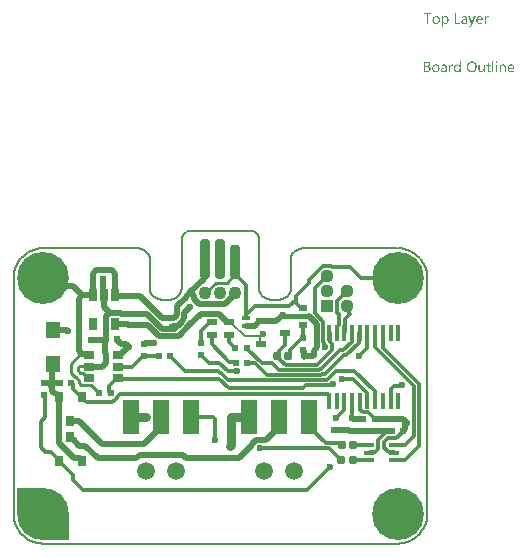
<source format=gtl>
G04*
G04 #@! TF.GenerationSoftware,Altium Limited,Altium Designer,21.9.2 (33)*
G04*
G04 Layer_Physical_Order=1*
G04 Layer_Color=255*
%FSLAX42Y42*%
%MOMM*%
G71*
G04*
G04 #@! TF.SameCoordinates,C9CDC17D-2FD3-46DB-A318-01BEEBB1E299*
G04*
G04*
G04 #@! TF.FilePolarity,Positive*
G04*
G01*
G75*
%ADD12C,0.25*%
%ADD15C,0.20*%
%ADD18R,1.40X3.00*%
%ADD19R,1.20X1.45*%
%ADD20R,0.50X0.55*%
%ADD21R,0.55X0.50*%
%ADD22R,0.90X0.60*%
%ADD24R,0.40X1.35*%
%ADD25R,0.50X0.55*%
G04:AMPARAMS|DCode=26|XSize=0.9mm|YSize=0.7mm|CornerRadius=0mm|HoleSize=0mm|Usage=FLASHONLY|Rotation=0.000|XOffset=0mm|YOffset=0mm|HoleType=Round|Shape=RoundedRectangle|*
%AMROUNDEDRECTD26*
21,1,0.90,0.70,0,0,0.0*
21,1,0.90,0.70,0,0,0.0*
1,1,0.00,0.45,-0.35*
1,1,0.00,-0.45,-0.35*
1,1,0.00,-0.45,0.35*
1,1,0.00,0.45,0.35*
%
%ADD26ROUNDEDRECTD26*%
G04:AMPARAMS|DCode=27|XSize=0.6mm|YSize=0.65mm|CornerRadius=0.08mm|HoleSize=0mm|Usage=FLASHONLY|Rotation=270.000|XOffset=0mm|YOffset=0mm|HoleType=Round|Shape=RoundedRectangle|*
%AMROUNDEDRECTD27*
21,1,0.60,0.50,0,0,270.0*
21,1,0.45,0.65,0,0,270.0*
1,1,0.15,-0.25,-0.23*
1,1,0.15,-0.25,0.23*
1,1,0.15,0.25,0.23*
1,1,0.15,0.25,-0.23*
%
%ADD27ROUNDEDRECTD27*%
%ADD28R,0.70X1.00*%
%ADD29R,0.90X0.40*%
%ADD30R,0.80X0.60*%
%ADD31R,0.80X0.90*%
%ADD32R,0.90X0.60*%
%ADD33R,0.55X0.50*%
G04:AMPARAMS|DCode=50|XSize=0.9mm|YSize=3.45mm|CornerRadius=0.35mm|HoleSize=0mm|Usage=FLASHONLY|Rotation=180.000|XOffset=0mm|YOffset=0mm|HoleType=Round|Shape=RoundedRectangle|*
%AMROUNDEDRECTD50*
21,1,0.90,2.75,0,0,180.0*
21,1,0.20,3.45,0,0,180.0*
1,1,0.70,-0.10,1.37*
1,1,0.70,0.10,1.37*
1,1,0.70,0.10,-1.37*
1,1,0.70,-0.10,-1.37*
%
%ADD50ROUNDEDRECTD50*%
G04:AMPARAMS|DCode=51|XSize=0.9mm|YSize=2.95mm|CornerRadius=0.35mm|HoleSize=0mm|Usage=FLASHONLY|Rotation=180.000|XOffset=0mm|YOffset=0mm|HoleType=Round|Shape=RoundedRectangle|*
%AMROUNDEDRECTD51*
21,1,0.90,2.25,0,0,180.0*
21,1,0.20,2.95,0,0,180.0*
1,1,0.70,-0.10,1.12*
1,1,0.70,0.10,1.12*
1,1,0.70,0.10,-1.12*
1,1,0.70,-0.10,-1.12*
%
%ADD51ROUNDEDRECTD51*%
%ADD56C,1.10*%
%ADD58R,0.70X0.40*%
%ADD59C,0.50*%
%ADD60C,0.30*%
%ADD61C,0.75*%
%ADD62C,0.35*%
%ADD63C,0.45*%
%ADD64C,0.15*%
%ADD65C,1.52*%
%ADD66C,4.40*%
%ADD67C,1.11*%
%ADD68R,1.11X1.11*%
%ADD69C,0.60*%
G36*
X4583Y4890D02*
X4584Y4890D01*
X4585Y4890D01*
X4586Y4890D01*
X4587Y4889D01*
X4589Y4889D01*
X4590Y4889D01*
X4592Y4888D01*
X4593Y4887D01*
X4595Y4887D01*
X4597Y4886D01*
X4598Y4884D01*
X4600Y4883D01*
X4601Y4882D01*
X4601Y4881D01*
X4601Y4881D01*
X4602Y4881D01*
X4602Y4880D01*
X4603Y4879D01*
X4603Y4878D01*
X4604Y4877D01*
X4604Y4876D01*
X4605Y4874D01*
X4606Y4872D01*
X4606Y4870D01*
X4607Y4868D01*
X4607Y4866D01*
X4608Y4864D01*
X4608Y4861D01*
X4608Y4859D01*
X4608Y4859D01*
X4608Y4858D01*
X4608Y4858D01*
X4608Y4858D01*
X4608Y4857D01*
X4608Y4856D01*
X4608Y4855D01*
X4608Y4853D01*
X4607Y4851D01*
X4607Y4849D01*
X4606Y4848D01*
X4606Y4845D01*
X4605Y4843D01*
X4605Y4841D01*
X4604Y4839D01*
X4603Y4837D01*
X4601Y4835D01*
X4600Y4833D01*
X4600Y4833D01*
X4600Y4833D01*
X4599Y4832D01*
X4599Y4832D01*
X4598Y4831D01*
X4597Y4830D01*
X4596Y4829D01*
X4595Y4828D01*
X4593Y4827D01*
X4592Y4827D01*
X4590Y4826D01*
X4588Y4825D01*
X4586Y4824D01*
X4584Y4824D01*
X4581Y4824D01*
X4579Y4823D01*
X4578Y4823D01*
X4578Y4824D01*
X4577Y4824D01*
X4576Y4824D01*
X4575Y4824D01*
X4573Y4824D01*
X4572Y4825D01*
X4570Y4825D01*
X4569Y4826D01*
X4567Y4827D01*
X4566Y4828D01*
X4564Y4829D01*
X4562Y4831D01*
X4561Y4832D01*
X4560Y4834D01*
X4559Y4834D01*
X4559Y4796D01*
X4549Y4796D01*
X4549Y4889D01*
X4559Y4889D01*
X4559Y4877D01*
X4560Y4877D01*
X4560Y4878D01*
X4560Y4878D01*
X4561Y4879D01*
X4561Y4879D01*
X4562Y4880D01*
X4563Y4881D01*
X4564Y4883D01*
X4565Y4884D01*
X4567Y4885D01*
X4568Y4886D01*
X4570Y4887D01*
X4572Y4888D01*
X4574Y4889D01*
X4577Y4890D01*
X4579Y4890D01*
X4582Y4890D01*
X4582Y4890D01*
X4583Y4890D01*
X4583Y4890D02*
G37*
G36*
X4941Y4890D02*
X4942Y4890D01*
X4943Y4890D01*
X4944Y4889D01*
X4945Y4889D01*
X4946Y4889D01*
X4946Y4878D01*
X4945Y4878D01*
X4945Y4879D01*
X4944Y4879D01*
X4944Y4879D01*
X4942Y4880D01*
X4941Y4880D01*
X4940Y4880D01*
X4938Y4880D01*
X4937Y4880D01*
X4937Y4880D01*
X4936Y4880D01*
X4936Y4880D01*
X4934Y4880D01*
X4933Y4879D01*
X4932Y4879D01*
X4931Y4878D01*
X4930Y4878D01*
X4930Y4877D01*
X4929Y4876D01*
X4928Y4875D01*
X4927Y4874D01*
X4927Y4874D01*
X4927Y4874D01*
X4926Y4874D01*
X4926Y4873D01*
X4926Y4872D01*
X4925Y4872D01*
X4925Y4871D01*
X4925Y4870D01*
X4924Y4869D01*
X4924Y4867D01*
X4924Y4866D01*
X4923Y4865D01*
X4923Y4863D01*
X4923Y4861D01*
X4923Y4859D01*
X4922Y4857D01*
X4922Y4825D01*
X4912Y4825D01*
X4912Y4889D01*
X4922Y4889D01*
X4922Y4876D01*
X4923Y4876D01*
X4923Y4876D01*
X4923Y4876D01*
X4923Y4876D01*
X4923Y4877D01*
X4923Y4877D01*
X4924Y4878D01*
X4924Y4879D01*
X4925Y4881D01*
X4926Y4883D01*
X4928Y4884D01*
X4929Y4886D01*
X4929Y4886D01*
X4930Y4886D01*
X4930Y4886D01*
X4930Y4887D01*
X4931Y4887D01*
X4931Y4887D01*
X4932Y4888D01*
X4934Y4889D01*
X4936Y4889D01*
X4937Y4890D01*
X4938Y4890D01*
X4939Y4890D01*
X4940Y4890D01*
X4941Y4890D01*
X4941Y4890D02*
G37*
G36*
X4805Y4815D02*
X4805Y4815D01*
X4805Y4815D01*
X4805Y4814D01*
X4805Y4814D01*
X4805Y4813D01*
X4805Y4813D01*
X4804Y4812D01*
X4803Y4810D01*
X4802Y4808D01*
X4801Y4807D01*
X4800Y4805D01*
X4798Y4803D01*
X4797Y4801D01*
X4795Y4800D01*
X4793Y4798D01*
X4791Y4797D01*
X4790Y4796D01*
X4788Y4796D01*
X4787Y4795D01*
X4786Y4795D01*
X4785Y4795D01*
X4783Y4795D01*
X4783Y4795D01*
X4782Y4795D01*
X4781Y4795D01*
X4780Y4795D01*
X4779Y4795D01*
X4778Y4796D01*
X4777Y4796D01*
X4777Y4805D01*
X4777Y4805D01*
X4777Y4805D01*
X4778Y4805D01*
X4779Y4804D01*
X4780Y4804D01*
X4781Y4804D01*
X4782Y4804D01*
X4783Y4804D01*
X4783Y4804D01*
X4783Y4804D01*
X4784Y4804D01*
X4785Y4804D01*
X4785Y4804D01*
X4786Y4805D01*
X4787Y4805D01*
X4788Y4806D01*
X4789Y4806D01*
X4790Y4807D01*
X4791Y4808D01*
X4792Y4809D01*
X4793Y4810D01*
X4794Y4811D01*
X4794Y4813D01*
X4799Y4825D01*
X4775Y4889D01*
X4786Y4889D01*
X4803Y4840D01*
X4803Y4840D01*
X4803Y4839D01*
X4803Y4839D01*
X4803Y4839D01*
X4804Y4838D01*
X4804Y4837D01*
X4804Y4836D01*
X4804Y4835D01*
X4805Y4835D01*
X4805Y4835D01*
X4805Y4835D01*
X4805Y4835D01*
X4805Y4836D01*
X4805Y4837D01*
X4805Y4837D01*
X4806Y4838D01*
X4806Y4840D01*
X4824Y4889D01*
X4835Y4889D01*
X4805Y4815D01*
X4805Y4815D02*
G37*
G36*
X4743Y4890D02*
X4744Y4890D01*
X4744Y4890D01*
X4745Y4890D01*
X4746Y4890D01*
X4747Y4889D01*
X4749Y4889D01*
X4751Y4888D01*
X4754Y4887D01*
X4756Y4886D01*
X4757Y4885D01*
X4758Y4884D01*
X4759Y4883D01*
X4760Y4883D01*
X4760Y4881D01*
X4761Y4880D01*
X4762Y4879D01*
X4763Y4877D01*
X4763Y4876D01*
X4764Y4874D01*
X4764Y4873D01*
X4764Y4871D01*
X4765Y4869D01*
X4765Y4866D01*
X4765Y4825D01*
X4755Y4825D01*
X4755Y4835D01*
X4754Y4835D01*
X4754Y4835D01*
X4754Y4834D01*
X4754Y4834D01*
X4753Y4833D01*
X4752Y4832D01*
X4751Y4831D01*
X4751Y4830D01*
X4749Y4829D01*
X4748Y4828D01*
X4747Y4827D01*
X4745Y4826D01*
X4743Y4825D01*
X4741Y4825D01*
X4739Y4824D01*
X4737Y4824D01*
X4735Y4823D01*
X4734Y4823D01*
X4733Y4824D01*
X4732Y4824D01*
X4731Y4824D01*
X4730Y4824D01*
X4729Y4824D01*
X4727Y4825D01*
X4726Y4825D01*
X4724Y4826D01*
X4723Y4826D01*
X4722Y4827D01*
X4721Y4828D01*
X4720Y4829D01*
X4720Y4829D01*
X4720Y4829D01*
X4719Y4829D01*
X4719Y4829D01*
X4718Y4830D01*
X4718Y4831D01*
X4718Y4831D01*
X4717Y4832D01*
X4717Y4833D01*
X4716Y4834D01*
X4716Y4835D01*
X4715Y4836D01*
X4715Y4838D01*
X4715Y4839D01*
X4714Y4840D01*
X4714Y4842D01*
X4714Y4842D01*
X4714Y4842D01*
X4714Y4842D01*
X4714Y4843D01*
X4714Y4843D01*
X4715Y4844D01*
X4715Y4845D01*
X4715Y4846D01*
X4716Y4848D01*
X4716Y4849D01*
X4717Y4851D01*
X4718Y4853D01*
X4720Y4855D01*
X4720Y4856D01*
X4721Y4857D01*
X4722Y4857D01*
X4723Y4858D01*
X4724Y4859D01*
X4726Y4860D01*
X4727Y4860D01*
X4729Y4861D01*
X4730Y4861D01*
X4732Y4862D01*
X4734Y4862D01*
X4735Y4863D01*
X4755Y4865D01*
X4755Y4865D01*
X4755Y4865D01*
X4755Y4866D01*
X4755Y4866D01*
X4754Y4867D01*
X4754Y4868D01*
X4754Y4869D01*
X4754Y4871D01*
X4753Y4872D01*
X4753Y4873D01*
X4752Y4875D01*
X4751Y4876D01*
X4750Y4878D01*
X4749Y4879D01*
X4747Y4880D01*
X4746Y4881D01*
X4745Y4881D01*
X4744Y4881D01*
X4743Y4881D01*
X4741Y4882D01*
X4741Y4882D01*
X4740Y4881D01*
X4739Y4881D01*
X4738Y4881D01*
X4737Y4881D01*
X4736Y4881D01*
X4735Y4881D01*
X4733Y4880D01*
X4731Y4880D01*
X4730Y4879D01*
X4728Y4878D01*
X4726Y4877D01*
X4724Y4876D01*
X4722Y4875D01*
X4721Y4874D01*
X4721Y4884D01*
X4721Y4884D01*
X4721Y4884D01*
X4722Y4885D01*
X4722Y4885D01*
X4723Y4886D01*
X4724Y4886D01*
X4725Y4887D01*
X4727Y4887D01*
X4728Y4888D01*
X4730Y4888D01*
X4732Y4889D01*
X4734Y4889D01*
X4736Y4890D01*
X4738Y4890D01*
X4740Y4890D01*
X4742Y4890D01*
X4743Y4890D01*
X4743Y4890D01*
X4743Y4890D02*
G37*
G36*
X4671Y4834D02*
X4707Y4834D01*
X4707Y4825D01*
X4661Y4825D01*
X4661Y4914D01*
X4671Y4914D01*
X4671Y4834D01*
X4671Y4834D02*
G37*
G36*
X4462Y4905D02*
X4436Y4905D01*
X4436Y4825D01*
X4426Y4825D01*
X4426Y4905D01*
X4400Y4905D01*
X4400Y4914D01*
X4462Y4914D01*
X4462Y4905D01*
X4462Y4905D02*
G37*
G36*
X4872Y4890D02*
X4873Y4890D01*
X4874Y4890D01*
X4875Y4890D01*
X4876Y4889D01*
X4878Y4889D01*
X4879Y4889D01*
X4881Y4888D01*
X4882Y4888D01*
X4884Y4887D01*
X4886Y4886D01*
X4887Y4885D01*
X4889Y4883D01*
X4890Y4882D01*
X4890Y4882D01*
X4890Y4882D01*
X4891Y4881D01*
X4891Y4881D01*
X4892Y4880D01*
X4892Y4879D01*
X4893Y4878D01*
X4893Y4876D01*
X4894Y4875D01*
X4895Y4873D01*
X4895Y4871D01*
X4896Y4869D01*
X4896Y4867D01*
X4897Y4865D01*
X4897Y4862D01*
X4897Y4860D01*
X4897Y4854D01*
X4852Y4854D01*
X4852Y4854D01*
X4852Y4854D01*
X4852Y4853D01*
X4852Y4853D01*
X4852Y4852D01*
X4852Y4851D01*
X4852Y4849D01*
X4853Y4848D01*
X4853Y4846D01*
X4854Y4844D01*
X4854Y4843D01*
X4855Y4841D01*
X4856Y4840D01*
X4857Y4839D01*
X4858Y4838D01*
X4858Y4838D01*
X4858Y4838D01*
X4858Y4837D01*
X4859Y4837D01*
X4859Y4836D01*
X4860Y4836D01*
X4861Y4835D01*
X4861Y4835D01*
X4863Y4834D01*
X4864Y4834D01*
X4865Y4833D01*
X4866Y4833D01*
X4868Y4833D01*
X4869Y4832D01*
X4871Y4832D01*
X4873Y4832D01*
X4873Y4832D01*
X4874Y4832D01*
X4874Y4832D01*
X4875Y4832D01*
X4876Y4832D01*
X4878Y4833D01*
X4879Y4833D01*
X4881Y4833D01*
X4882Y4834D01*
X4884Y4834D01*
X4886Y4835D01*
X4887Y4836D01*
X4889Y4837D01*
X4891Y4838D01*
X4892Y4839D01*
X4892Y4830D01*
X4892Y4829D01*
X4892Y4829D01*
X4892Y4829D01*
X4891Y4829D01*
X4890Y4828D01*
X4889Y4828D01*
X4888Y4827D01*
X4887Y4827D01*
X4885Y4826D01*
X4883Y4825D01*
X4882Y4825D01*
X4880Y4824D01*
X4877Y4824D01*
X4875Y4824D01*
X4873Y4824D01*
X4870Y4823D01*
X4870Y4823D01*
X4869Y4824D01*
X4868Y4824D01*
X4867Y4824D01*
X4865Y4824D01*
X4864Y4824D01*
X4863Y4825D01*
X4861Y4825D01*
X4859Y4826D01*
X4857Y4826D01*
X4856Y4827D01*
X4854Y4828D01*
X4852Y4829D01*
X4851Y4831D01*
X4849Y4832D01*
X4849Y4832D01*
X4849Y4833D01*
X4848Y4833D01*
X4848Y4834D01*
X4847Y4835D01*
X4847Y4836D01*
X4846Y4837D01*
X4845Y4838D01*
X4844Y4840D01*
X4844Y4842D01*
X4843Y4844D01*
X4843Y4846D01*
X4842Y4848D01*
X4842Y4851D01*
X4841Y4854D01*
X4841Y4857D01*
X4841Y4857D01*
X4841Y4857D01*
X4841Y4857D01*
X4841Y4857D01*
X4841Y4858D01*
X4841Y4859D01*
X4842Y4860D01*
X4842Y4862D01*
X4842Y4863D01*
X4842Y4865D01*
X4843Y4867D01*
X4843Y4869D01*
X4844Y4871D01*
X4845Y4873D01*
X4846Y4875D01*
X4847Y4877D01*
X4848Y4879D01*
X4850Y4881D01*
X4850Y4881D01*
X4850Y4881D01*
X4851Y4882D01*
X4851Y4882D01*
X4852Y4883D01*
X4853Y4884D01*
X4854Y4885D01*
X4856Y4885D01*
X4857Y4886D01*
X4859Y4887D01*
X4860Y4888D01*
X4862Y4889D01*
X4864Y4889D01*
X4866Y4890D01*
X4868Y4890D01*
X4871Y4890D01*
X4871Y4890D01*
X4872Y4890D01*
X4872Y4890D02*
G37*
G36*
X4504Y4890D02*
X4505Y4890D01*
X4506Y4890D01*
X4508Y4890D01*
X4509Y4889D01*
X4511Y4889D01*
X4513Y4889D01*
X4514Y4888D01*
X4516Y4887D01*
X4518Y4887D01*
X4520Y4885D01*
X4522Y4884D01*
X4523Y4883D01*
X4525Y4881D01*
X4525Y4881D01*
X4525Y4881D01*
X4526Y4880D01*
X4526Y4880D01*
X4527Y4879D01*
X4527Y4878D01*
X4528Y4877D01*
X4529Y4875D01*
X4530Y4873D01*
X4530Y4872D01*
X4531Y4870D01*
X4532Y4867D01*
X4532Y4865D01*
X4533Y4863D01*
X4533Y4860D01*
X4533Y4857D01*
X4533Y4857D01*
X4533Y4857D01*
X4533Y4857D01*
X4533Y4856D01*
X4533Y4856D01*
X4533Y4855D01*
X4533Y4853D01*
X4532Y4852D01*
X4532Y4850D01*
X4532Y4848D01*
X4531Y4846D01*
X4531Y4844D01*
X4530Y4842D01*
X4529Y4840D01*
X4528Y4838D01*
X4527Y4836D01*
X4526Y4834D01*
X4524Y4833D01*
X4524Y4833D01*
X4524Y4832D01*
X4523Y4832D01*
X4523Y4831D01*
X4522Y4830D01*
X4521Y4830D01*
X4520Y4829D01*
X4518Y4828D01*
X4517Y4827D01*
X4515Y4826D01*
X4513Y4826D01*
X4511Y4825D01*
X4509Y4824D01*
X4506Y4824D01*
X4504Y4824D01*
X4501Y4823D01*
X4501Y4823D01*
X4500Y4824D01*
X4499Y4824D01*
X4498Y4824D01*
X4496Y4824D01*
X4495Y4824D01*
X4493Y4825D01*
X4491Y4825D01*
X4490Y4826D01*
X4488Y4826D01*
X4486Y4827D01*
X4484Y4828D01*
X4482Y4829D01*
X4480Y4831D01*
X4479Y4832D01*
X4479Y4832D01*
X4478Y4833D01*
X4478Y4833D01*
X4477Y4834D01*
X4477Y4835D01*
X4476Y4836D01*
X4475Y4837D01*
X4474Y4839D01*
X4474Y4840D01*
X4473Y4842D01*
X4472Y4844D01*
X4472Y4846D01*
X4471Y4848D01*
X4471Y4851D01*
X4470Y4853D01*
X4470Y4856D01*
X4470Y4856D01*
X4470Y4856D01*
X4470Y4856D01*
X4470Y4857D01*
X4470Y4858D01*
X4470Y4859D01*
X4470Y4860D01*
X4471Y4862D01*
X4471Y4863D01*
X4471Y4865D01*
X4472Y4867D01*
X4472Y4869D01*
X4473Y4871D01*
X4474Y4873D01*
X4475Y4876D01*
X4476Y4877D01*
X4477Y4879D01*
X4479Y4881D01*
X4479Y4881D01*
X4479Y4882D01*
X4480Y4882D01*
X4481Y4883D01*
X4481Y4883D01*
X4483Y4884D01*
X4484Y4885D01*
X4485Y4886D01*
X4487Y4887D01*
X4489Y4887D01*
X4491Y4888D01*
X4493Y4889D01*
X4495Y4889D01*
X4497Y4890D01*
X4500Y4890D01*
X4503Y4890D01*
X4503Y4890D01*
X4504Y4890D01*
X4504Y4890D02*
G37*
G36*
X5014Y4510D02*
X5015Y4509D01*
X5015Y4509D01*
X5016Y4509D01*
X5017Y4508D01*
X5018Y4508D01*
X5018Y4508D01*
X5018Y4507D01*
X5018Y4507D01*
X5019Y4506D01*
X5019Y4506D01*
X5019Y4505D01*
X5020Y4504D01*
X5020Y4503D01*
X5020Y4503D01*
X5020Y4503D01*
X5020Y4502D01*
X5019Y4501D01*
X5019Y4501D01*
X5019Y4500D01*
X5018Y4499D01*
X5018Y4498D01*
X5018Y4498D01*
X5017Y4498D01*
X5017Y4498D01*
X5016Y4497D01*
X5016Y4497D01*
X5015Y4497D01*
X5014Y4496D01*
X5013Y4496D01*
X5013Y4496D01*
X5012Y4496D01*
X5011Y4497D01*
X5011Y4497D01*
X5010Y4497D01*
X5009Y4498D01*
X5008Y4498D01*
X5008Y4498D01*
X5008Y4499D01*
X5008Y4499D01*
X5007Y4500D01*
X5007Y4500D01*
X5007Y4501D01*
X5006Y4502D01*
X5006Y4503D01*
X5006Y4503D01*
X5006Y4503D01*
X5006Y4504D01*
X5007Y4505D01*
X5007Y4505D01*
X5007Y4506D01*
X5008Y4507D01*
X5008Y4508D01*
X5008Y4508D01*
X5009Y4508D01*
X5009Y4508D01*
X5010Y4509D01*
X5010Y4509D01*
X5011Y4509D01*
X5012Y4510D01*
X5013Y4510D01*
X5013Y4510D01*
X5014Y4510D01*
X5014Y4510D02*
G37*
G36*
X4710Y4416D02*
X4700Y4416D01*
X4700Y4427D01*
X4700Y4427D01*
X4699Y4427D01*
X4699Y4427D01*
X4699Y4426D01*
X4698Y4425D01*
X4697Y4424D01*
X4697Y4423D01*
X4695Y4422D01*
X4694Y4421D01*
X4693Y4420D01*
X4691Y4419D01*
X4689Y4418D01*
X4687Y4417D01*
X4685Y4416D01*
X4683Y4416D01*
X4680Y4415D01*
X4678Y4415D01*
X4677Y4415D01*
X4676Y4415D01*
X4676Y4415D01*
X4675Y4415D01*
X4673Y4415D01*
X4672Y4416D01*
X4671Y4416D01*
X4669Y4416D01*
X4668Y4417D01*
X4666Y4418D01*
X4664Y4419D01*
X4663Y4420D01*
X4661Y4421D01*
X4660Y4422D01*
X4658Y4424D01*
X4658Y4424D01*
X4658Y4424D01*
X4658Y4424D01*
X4657Y4425D01*
X4657Y4426D01*
X4656Y4427D01*
X4655Y4428D01*
X4655Y4430D01*
X4654Y4431D01*
X4654Y4433D01*
X4653Y4435D01*
X4652Y4437D01*
X4652Y4439D01*
X4652Y4442D01*
X4651Y4444D01*
X4651Y4447D01*
X4651Y4447D01*
X4651Y4447D01*
X4651Y4447D01*
X4651Y4447D01*
X4651Y4448D01*
X4651Y4449D01*
X4651Y4451D01*
X4652Y4452D01*
X4652Y4454D01*
X4652Y4456D01*
X4653Y4458D01*
X4653Y4460D01*
X4654Y4462D01*
X4655Y4464D01*
X4655Y4466D01*
X4657Y4468D01*
X4658Y4470D01*
X4659Y4472D01*
X4659Y4472D01*
X4660Y4473D01*
X4660Y4473D01*
X4661Y4474D01*
X4661Y4474D01*
X4662Y4475D01*
X4664Y4476D01*
X4665Y4477D01*
X4666Y4478D01*
X4668Y4479D01*
X4670Y4480D01*
X4671Y4480D01*
X4674Y4481D01*
X4676Y4481D01*
X4678Y4482D01*
X4680Y4482D01*
X4681Y4482D01*
X4682Y4482D01*
X4683Y4482D01*
X4684Y4481D01*
X4685Y4481D01*
X4686Y4481D01*
X4688Y4480D01*
X4689Y4480D01*
X4691Y4479D01*
X4692Y4478D01*
X4694Y4477D01*
X4695Y4476D01*
X4697Y4475D01*
X4698Y4473D01*
X4700Y4471D01*
X4700Y4471D01*
X4700Y4511D01*
X4710Y4511D01*
X4710Y4416D01*
X4710Y4416D02*
G37*
G36*
X5071Y4482D02*
X5072Y4482D01*
X5073Y4481D01*
X5074Y4481D01*
X5075Y4481D01*
X5076Y4481D01*
X5077Y4481D01*
X5078Y4480D01*
X5080Y4480D01*
X5081Y4479D01*
X5082Y4478D01*
X5084Y4477D01*
X5085Y4476D01*
X5086Y4475D01*
X5086Y4475D01*
X5086Y4475D01*
X5086Y4474D01*
X5087Y4474D01*
X5087Y4473D01*
X5088Y4472D01*
X5088Y4471D01*
X5089Y4470D01*
X5089Y4469D01*
X5090Y4467D01*
X5090Y4466D01*
X5091Y4464D01*
X5091Y4462D01*
X5091Y4460D01*
X5091Y4458D01*
X5091Y4455D01*
X5091Y4416D01*
X5081Y4416D01*
X5081Y4453D01*
X5081Y4453D01*
X5081Y4453D01*
X5081Y4453D01*
X5081Y4454D01*
X5081Y4454D01*
X5081Y4455D01*
X5081Y4456D01*
X5081Y4458D01*
X5080Y4459D01*
X5080Y4461D01*
X5079Y4463D01*
X5079Y4465D01*
X5078Y4467D01*
X5076Y4468D01*
X5075Y4470D01*
X5073Y4471D01*
X5072Y4472D01*
X5071Y4472D01*
X5070Y4473D01*
X5069Y4473D01*
X5068Y4473D01*
X5066Y4473D01*
X5066Y4473D01*
X5065Y4473D01*
X5065Y4473D01*
X5064Y4473D01*
X5063Y4473D01*
X5062Y4472D01*
X5061Y4472D01*
X5060Y4472D01*
X5059Y4471D01*
X5058Y4471D01*
X5057Y4470D01*
X5056Y4469D01*
X5055Y4468D01*
X5054Y4467D01*
X5054Y4467D01*
X5054Y4467D01*
X5053Y4467D01*
X5053Y4466D01*
X5053Y4466D01*
X5052Y4465D01*
X5052Y4464D01*
X5051Y4463D01*
X5051Y4462D01*
X5050Y4461D01*
X5050Y4460D01*
X5050Y4459D01*
X5049Y4457D01*
X5049Y4456D01*
X5049Y4454D01*
X5049Y4453D01*
X5049Y4416D01*
X5039Y4416D01*
X5039Y4480D01*
X5049Y4480D01*
X5049Y4470D01*
X5049Y4470D01*
X5049Y4470D01*
X5049Y4470D01*
X5050Y4471D01*
X5050Y4472D01*
X5051Y4472D01*
X5052Y4473D01*
X5053Y4475D01*
X5054Y4476D01*
X5056Y4477D01*
X5057Y4478D01*
X5059Y4479D01*
X5061Y4480D01*
X5063Y4481D01*
X5065Y4481D01*
X5067Y4482D01*
X5070Y4482D01*
X5070Y4482D01*
X5071Y4482D01*
X5071Y4482D02*
G37*
G36*
X4640Y4481D02*
X4641Y4481D01*
X4642Y4481D01*
X4643Y4481D01*
X4644Y4481D01*
X4644Y4480D01*
X4644Y4470D01*
X4644Y4470D01*
X4644Y4470D01*
X4643Y4470D01*
X4643Y4471D01*
X4641Y4471D01*
X4640Y4472D01*
X4639Y4472D01*
X4637Y4472D01*
X4636Y4472D01*
X4636Y4472D01*
X4635Y4472D01*
X4634Y4472D01*
X4633Y4471D01*
X4632Y4471D01*
X4631Y4470D01*
X4630Y4470D01*
X4629Y4469D01*
X4628Y4469D01*
X4628Y4468D01*
X4627Y4467D01*
X4626Y4466D01*
X4626Y4466D01*
X4626Y4465D01*
X4625Y4465D01*
X4625Y4465D01*
X4625Y4464D01*
X4624Y4463D01*
X4624Y4462D01*
X4624Y4461D01*
X4623Y4460D01*
X4623Y4459D01*
X4622Y4458D01*
X4622Y4456D01*
X4622Y4454D01*
X4622Y4453D01*
X4621Y4451D01*
X4621Y4449D01*
X4621Y4416D01*
X4611Y4416D01*
X4611Y4480D01*
X4621Y4480D01*
X4621Y4467D01*
X4622Y4467D01*
X4622Y4467D01*
X4622Y4467D01*
X4622Y4468D01*
X4622Y4468D01*
X4622Y4469D01*
X4623Y4469D01*
X4623Y4471D01*
X4624Y4473D01*
X4625Y4474D01*
X4627Y4476D01*
X4628Y4478D01*
X4628Y4478D01*
X4629Y4478D01*
X4629Y4478D01*
X4629Y4478D01*
X4629Y4478D01*
X4630Y4479D01*
X4631Y4479D01*
X4633Y4480D01*
X4634Y4481D01*
X4636Y4481D01*
X4637Y4481D01*
X4638Y4481D01*
X4639Y4481D01*
X4640Y4481D01*
X4640Y4481D02*
G37*
G36*
X4913Y4416D02*
X4903Y4416D01*
X4903Y4427D01*
X4903Y4427D01*
X4903Y4426D01*
X4902Y4426D01*
X4902Y4425D01*
X4902Y4425D01*
X4901Y4424D01*
X4900Y4423D01*
X4899Y4422D01*
X4898Y4421D01*
X4897Y4420D01*
X4895Y4419D01*
X4894Y4418D01*
X4892Y4417D01*
X4890Y4416D01*
X4888Y4415D01*
X4885Y4415D01*
X4883Y4415D01*
X4882Y4415D01*
X4882Y4415D01*
X4882Y4415D01*
X4881Y4415D01*
X4880Y4415D01*
X4879Y4415D01*
X4878Y4416D01*
X4876Y4416D01*
X4874Y4417D01*
X4873Y4418D01*
X4872Y4418D01*
X4871Y4419D01*
X4870Y4420D01*
X4868Y4421D01*
X4867Y4422D01*
X4866Y4423D01*
X4865Y4424D01*
X4865Y4425D01*
X4864Y4426D01*
X4863Y4428D01*
X4862Y4430D01*
X4862Y4431D01*
X4861Y4433D01*
X4861Y4435D01*
X4860Y4437D01*
X4860Y4440D01*
X4860Y4442D01*
X4860Y4480D01*
X4870Y4480D01*
X4870Y4444D01*
X4870Y4444D01*
X4870Y4443D01*
X4870Y4443D01*
X4870Y4443D01*
X4870Y4442D01*
X4870Y4442D01*
X4871Y4441D01*
X4871Y4439D01*
X4871Y4437D01*
X4872Y4435D01*
X4872Y4434D01*
X4873Y4432D01*
X4874Y4430D01*
X4875Y4428D01*
X4877Y4427D01*
X4879Y4425D01*
X4880Y4425D01*
X4881Y4424D01*
X4882Y4424D01*
X4883Y4424D01*
X4884Y4424D01*
X4886Y4424D01*
X4887Y4424D01*
X4887Y4424D01*
X4888Y4424D01*
X4888Y4424D01*
X4889Y4424D01*
X4890Y4424D01*
X4891Y4424D01*
X4892Y4425D01*
X4893Y4425D01*
X4894Y4426D01*
X4895Y4427D01*
X4896Y4427D01*
X4897Y4428D01*
X4898Y4429D01*
X4898Y4429D01*
X4898Y4429D01*
X4899Y4430D01*
X4899Y4430D01*
X4899Y4431D01*
X4900Y4431D01*
X4900Y4432D01*
X4901Y4433D01*
X4901Y4434D01*
X4901Y4435D01*
X4902Y4436D01*
X4902Y4437D01*
X4902Y4439D01*
X4903Y4440D01*
X4903Y4442D01*
X4903Y4443D01*
X4903Y4480D01*
X4913Y4480D01*
X4913Y4416D01*
X4913Y4416D02*
G37*
G36*
X5018Y4416D02*
X5008Y4416D01*
X5008Y4480D01*
X5018Y4480D01*
X5018Y4416D01*
X5018Y4416D02*
G37*
G36*
X4987Y4416D02*
X4977Y4416D01*
X4977Y4511D01*
X4987Y4511D01*
X4987Y4416D01*
X4987Y4416D02*
G37*
G36*
X4570Y4482D02*
X4571Y4482D01*
X4572Y4482D01*
X4572Y4481D01*
X4573Y4481D01*
X4575Y4481D01*
X4577Y4480D01*
X4579Y4480D01*
X4581Y4479D01*
X4583Y4477D01*
X4584Y4477D01*
X4585Y4476D01*
X4586Y4475D01*
X4587Y4474D01*
X4588Y4473D01*
X4588Y4472D01*
X4589Y4470D01*
X4590Y4469D01*
X4590Y4467D01*
X4591Y4466D01*
X4591Y4464D01*
X4592Y4462D01*
X4592Y4460D01*
X4592Y4458D01*
X4592Y4416D01*
X4582Y4416D01*
X4582Y4426D01*
X4582Y4426D01*
X4581Y4426D01*
X4581Y4426D01*
X4581Y4425D01*
X4580Y4425D01*
X4580Y4424D01*
X4579Y4423D01*
X4578Y4422D01*
X4577Y4421D01*
X4575Y4420D01*
X4574Y4419D01*
X4572Y4418D01*
X4570Y4417D01*
X4569Y4416D01*
X4566Y4415D01*
X4564Y4415D01*
X4562Y4415D01*
X4561Y4415D01*
X4560Y4415D01*
X4560Y4415D01*
X4559Y4415D01*
X4558Y4415D01*
X4557Y4416D01*
X4554Y4416D01*
X4553Y4417D01*
X4552Y4417D01*
X4550Y4418D01*
X4549Y4418D01*
X4548Y4419D01*
X4547Y4420D01*
X4547Y4420D01*
X4547Y4420D01*
X4547Y4421D01*
X4546Y4421D01*
X4546Y4421D01*
X4545Y4422D01*
X4545Y4423D01*
X4544Y4424D01*
X4544Y4424D01*
X4543Y4426D01*
X4543Y4427D01*
X4543Y4428D01*
X4542Y4429D01*
X4542Y4430D01*
X4542Y4432D01*
X4542Y4433D01*
X4542Y4433D01*
X4542Y4434D01*
X4542Y4434D01*
X4542Y4434D01*
X4542Y4435D01*
X4542Y4435D01*
X4542Y4436D01*
X4542Y4438D01*
X4543Y4439D01*
X4543Y4441D01*
X4544Y4443D01*
X4545Y4445D01*
X4547Y4446D01*
X4548Y4447D01*
X4548Y4448D01*
X4550Y4449D01*
X4551Y4450D01*
X4552Y4450D01*
X4553Y4451D01*
X4554Y4452D01*
X4556Y4452D01*
X4557Y4453D01*
X4559Y4453D01*
X4561Y4454D01*
X4563Y4454D01*
X4582Y4457D01*
X4582Y4457D01*
X4582Y4457D01*
X4582Y4457D01*
X4582Y4458D01*
X4582Y4458D01*
X4582Y4459D01*
X4581Y4461D01*
X4581Y4462D01*
X4581Y4463D01*
X4580Y4465D01*
X4579Y4466D01*
X4579Y4468D01*
X4578Y4469D01*
X4576Y4471D01*
X4575Y4472D01*
X4573Y4472D01*
X4572Y4473D01*
X4571Y4473D01*
X4570Y4473D01*
X4569Y4473D01*
X4568Y4473D01*
X4568Y4473D01*
X4567Y4473D01*
X4566Y4473D01*
X4565Y4473D01*
X4563Y4472D01*
X4562Y4472D01*
X4560Y4472D01*
X4559Y4471D01*
X4557Y4471D01*
X4555Y4470D01*
X4553Y4469D01*
X4551Y4468D01*
X4550Y4467D01*
X4548Y4465D01*
X4548Y4476D01*
X4548Y4476D01*
X4548Y4476D01*
X4549Y4476D01*
X4550Y4477D01*
X4550Y4477D01*
X4551Y4478D01*
X4553Y4478D01*
X4554Y4479D01*
X4556Y4479D01*
X4557Y4480D01*
X4559Y4480D01*
X4561Y4481D01*
X4563Y4481D01*
X4565Y4481D01*
X4567Y4482D01*
X4570Y4482D01*
X4570Y4482D01*
X4570Y4482D01*
X4570Y4482D02*
G37*
G36*
X4427Y4506D02*
X4428Y4506D01*
X4429Y4505D01*
X4431Y4505D01*
X4432Y4505D01*
X4433Y4505D01*
X4435Y4504D01*
X4436Y4504D01*
X4438Y4503D01*
X4440Y4503D01*
X4441Y4502D01*
X4442Y4501D01*
X4444Y4500D01*
X4444Y4500D01*
X4444Y4500D01*
X4444Y4499D01*
X4445Y4499D01*
X4445Y4498D01*
X4446Y4498D01*
X4446Y4497D01*
X4447Y4496D01*
X4448Y4495D01*
X4448Y4494D01*
X4449Y4493D01*
X4449Y4491D01*
X4450Y4490D01*
X4450Y4489D01*
X4450Y4487D01*
X4450Y4485D01*
X4450Y4485D01*
X4450Y4485D01*
X4450Y4485D01*
X4450Y4484D01*
X4450Y4483D01*
X4450Y4483D01*
X4450Y4482D01*
X4450Y4481D01*
X4449Y4479D01*
X4449Y4477D01*
X4448Y4475D01*
X4448Y4474D01*
X4447Y4473D01*
X4446Y4472D01*
X4446Y4472D01*
X4446Y4472D01*
X4446Y4472D01*
X4446Y4471D01*
X4445Y4471D01*
X4445Y4470D01*
X4444Y4470D01*
X4443Y4469D01*
X4443Y4468D01*
X4442Y4468D01*
X4441Y4467D01*
X4440Y4466D01*
X4439Y4466D01*
X4438Y4465D01*
X4435Y4464D01*
X4435Y4464D01*
X4435Y4464D01*
X4435Y4464D01*
X4436Y4464D01*
X4437Y4464D01*
X4437Y4464D01*
X4438Y4463D01*
X4439Y4463D01*
X4440Y4463D01*
X4443Y4462D01*
X4444Y4461D01*
X4445Y4461D01*
X4446Y4460D01*
X4447Y4459D01*
X4449Y4458D01*
X4450Y4457D01*
X4450Y4457D01*
X4450Y4457D01*
X4450Y4457D01*
X4450Y4456D01*
X4451Y4455D01*
X4451Y4455D01*
X4452Y4454D01*
X4452Y4453D01*
X4453Y4452D01*
X4453Y4451D01*
X4454Y4450D01*
X4454Y4448D01*
X4454Y4447D01*
X4455Y4445D01*
X4455Y4444D01*
X4455Y4442D01*
X4455Y4442D01*
X4455Y4442D01*
X4455Y4441D01*
X4455Y4440D01*
X4455Y4439D01*
X4454Y4438D01*
X4454Y4437D01*
X4454Y4435D01*
X4453Y4434D01*
X4453Y4433D01*
X4452Y4431D01*
X4451Y4429D01*
X4451Y4428D01*
X4449Y4426D01*
X4448Y4425D01*
X4447Y4424D01*
X4447Y4423D01*
X4446Y4423D01*
X4446Y4423D01*
X4445Y4422D01*
X4444Y4422D01*
X4443Y4421D01*
X4442Y4421D01*
X4441Y4420D01*
X4440Y4419D01*
X4438Y4419D01*
X4436Y4418D01*
X4434Y4418D01*
X4432Y4417D01*
X4430Y4417D01*
X4428Y4417D01*
X4426Y4416D01*
X4400Y4416D01*
X4400Y4506D01*
X4426Y4506D01*
X4427Y4506D01*
X4427Y4506D02*
G37*
G36*
X4947Y4480D02*
X4963Y4480D01*
X4963Y4471D01*
X4947Y4471D01*
X4947Y4436D01*
X4947Y4435D01*
X4947Y4435D01*
X4947Y4435D01*
X4947Y4435D01*
X4947Y4434D01*
X4947Y4433D01*
X4948Y4432D01*
X4948Y4430D01*
X4948Y4429D01*
X4949Y4428D01*
X4949Y4427D01*
X4949Y4426D01*
X4949Y4426D01*
X4950Y4426D01*
X4950Y4426D01*
X4951Y4425D01*
X4952Y4424D01*
X4953Y4424D01*
X4955Y4424D01*
X4957Y4424D01*
X4957Y4424D01*
X4958Y4424D01*
X4959Y4424D01*
X4960Y4424D01*
X4961Y4424D01*
X4962Y4425D01*
X4963Y4426D01*
X4963Y4417D01*
X4963Y4417D01*
X4963Y4417D01*
X4963Y4417D01*
X4963Y4417D01*
X4962Y4416D01*
X4961Y4416D01*
X4959Y4416D01*
X4958Y4415D01*
X4956Y4415D01*
X4954Y4415D01*
X4953Y4415D01*
X4952Y4415D01*
X4951Y4415D01*
X4950Y4416D01*
X4948Y4416D01*
X4947Y4417D01*
X4945Y4418D01*
X4944Y4418D01*
X4942Y4420D01*
X4941Y4421D01*
X4940Y4422D01*
X4940Y4423D01*
X4939Y4424D01*
X4939Y4425D01*
X4938Y4426D01*
X4938Y4428D01*
X4937Y4429D01*
X4937Y4430D01*
X4937Y4432D01*
X4937Y4434D01*
X4937Y4471D01*
X4926Y4471D01*
X4926Y4480D01*
X4937Y4480D01*
X4937Y4496D01*
X4947Y4499D01*
X4947Y4480D01*
X4947Y4480D02*
G37*
G36*
X5137Y4482D02*
X5138Y4482D01*
X5139Y4481D01*
X5140Y4481D01*
X5141Y4481D01*
X5143Y4481D01*
X5144Y4480D01*
X5146Y4480D01*
X5147Y4479D01*
X5149Y4478D01*
X5151Y4477D01*
X5152Y4476D01*
X5154Y4475D01*
X5155Y4474D01*
X5155Y4473D01*
X5155Y4473D01*
X5156Y4473D01*
X5156Y4472D01*
X5157Y4471D01*
X5157Y4470D01*
X5158Y4469D01*
X5158Y4468D01*
X5159Y4466D01*
X5160Y4465D01*
X5160Y4463D01*
X5161Y4461D01*
X5161Y4458D01*
X5162Y4456D01*
X5162Y4454D01*
X5162Y4451D01*
X5162Y4446D01*
X5117Y4446D01*
X5117Y4446D01*
X5117Y4445D01*
X5117Y4445D01*
X5117Y4444D01*
X5117Y4443D01*
X5117Y4442D01*
X5117Y4441D01*
X5118Y4440D01*
X5118Y4437D01*
X5119Y4436D01*
X5119Y4434D01*
X5120Y4433D01*
X5121Y4432D01*
X5122Y4430D01*
X5123Y4429D01*
X5123Y4429D01*
X5123Y4429D01*
X5123Y4429D01*
X5124Y4428D01*
X5124Y4428D01*
X5125Y4427D01*
X5126Y4427D01*
X5127Y4426D01*
X5128Y4426D01*
X5129Y4425D01*
X5130Y4425D01*
X5131Y4424D01*
X5133Y4424D01*
X5134Y4424D01*
X5136Y4424D01*
X5138Y4424D01*
X5138Y4424D01*
X5139Y4424D01*
X5139Y4424D01*
X5140Y4424D01*
X5142Y4424D01*
X5143Y4424D01*
X5144Y4424D01*
X5146Y4425D01*
X5147Y4425D01*
X5149Y4426D01*
X5151Y4427D01*
X5152Y4427D01*
X5154Y4428D01*
X5156Y4429D01*
X5157Y4431D01*
X5157Y4421D01*
X5157Y4421D01*
X5157Y4421D01*
X5157Y4420D01*
X5156Y4420D01*
X5155Y4420D01*
X5154Y4419D01*
X5153Y4419D01*
X5152Y4418D01*
X5150Y4417D01*
X5148Y4417D01*
X5147Y4416D01*
X5145Y4416D01*
X5142Y4416D01*
X5140Y4415D01*
X5138Y4415D01*
X5135Y4415D01*
X5135Y4415D01*
X5134Y4415D01*
X5133Y4415D01*
X5132Y4415D01*
X5131Y4415D01*
X5129Y4416D01*
X5128Y4416D01*
X5126Y4417D01*
X5124Y4417D01*
X5122Y4418D01*
X5121Y4419D01*
X5119Y4420D01*
X5117Y4421D01*
X5116Y4422D01*
X5114Y4424D01*
X5114Y4424D01*
X5114Y4424D01*
X5113Y4425D01*
X5113Y4425D01*
X5112Y4426D01*
X5112Y4427D01*
X5111Y4428D01*
X5110Y4430D01*
X5110Y4432D01*
X5109Y4433D01*
X5108Y4435D01*
X5108Y4438D01*
X5107Y4440D01*
X5107Y4442D01*
X5106Y4445D01*
X5106Y4448D01*
X5106Y4448D01*
X5106Y4448D01*
X5106Y4448D01*
X5106Y4449D01*
X5106Y4449D01*
X5107Y4451D01*
X5107Y4452D01*
X5107Y4453D01*
X5107Y4455D01*
X5107Y4457D01*
X5108Y4459D01*
X5108Y4461D01*
X5109Y4463D01*
X5110Y4465D01*
X5111Y4467D01*
X5112Y4469D01*
X5113Y4470D01*
X5115Y4472D01*
X5115Y4472D01*
X5115Y4473D01*
X5116Y4473D01*
X5116Y4474D01*
X5117Y4474D01*
X5118Y4475D01*
X5119Y4476D01*
X5121Y4477D01*
X5122Y4478D01*
X5124Y4479D01*
X5125Y4480D01*
X5127Y4480D01*
X5129Y4481D01*
X5131Y4481D01*
X5133Y4482D01*
X5136Y4482D01*
X5136Y4482D01*
X5137Y4482D01*
X5137Y4482D02*
G37*
G36*
X4806Y4507D02*
X4806Y4507D01*
X4807Y4507D01*
X4807Y4507D01*
X4809Y4507D01*
X4811Y4507D01*
X4813Y4506D01*
X4815Y4506D01*
X4817Y4505D01*
X4820Y4504D01*
X4822Y4503D01*
X4825Y4502D01*
X4827Y4501D01*
X4830Y4499D01*
X4832Y4497D01*
X4834Y4495D01*
X4834Y4495D01*
X4835Y4494D01*
X4835Y4493D01*
X4836Y4492D01*
X4837Y4491D01*
X4838Y4490D01*
X4839Y4488D01*
X4840Y4486D01*
X4841Y4484D01*
X4842Y4481D01*
X4843Y4479D01*
X4844Y4476D01*
X4844Y4473D01*
X4845Y4469D01*
X4845Y4466D01*
X4845Y4462D01*
X4845Y4462D01*
X4845Y4462D01*
X4845Y4462D01*
X4845Y4461D01*
X4845Y4461D01*
X4845Y4460D01*
X4845Y4459D01*
X4845Y4459D01*
X4845Y4458D01*
X4845Y4457D01*
X4845Y4455D01*
X4844Y4452D01*
X4844Y4450D01*
X4843Y4447D01*
X4843Y4444D01*
X4842Y4441D01*
X4841Y4438D01*
X4839Y4436D01*
X4838Y4433D01*
X4836Y4430D01*
X4834Y4428D01*
X4834Y4427D01*
X4833Y4427D01*
X4833Y4426D01*
X4832Y4426D01*
X4830Y4425D01*
X4829Y4424D01*
X4828Y4423D01*
X4826Y4421D01*
X4824Y4420D01*
X4821Y4419D01*
X4819Y4418D01*
X4816Y4417D01*
X4813Y4416D01*
X4810Y4416D01*
X4806Y4415D01*
X4803Y4415D01*
X4802Y4415D01*
X4802Y4415D01*
X4801Y4415D01*
X4800Y4415D01*
X4800Y4415D01*
X4798Y4415D01*
X4796Y4416D01*
X4794Y4416D01*
X4792Y4417D01*
X4790Y4417D01*
X4787Y4418D01*
X4785Y4419D01*
X4782Y4420D01*
X4779Y4422D01*
X4777Y4423D01*
X4775Y4425D01*
X4772Y4427D01*
X4772Y4428D01*
X4772Y4428D01*
X4771Y4429D01*
X4771Y4430D01*
X4770Y4431D01*
X4769Y4433D01*
X4768Y4434D01*
X4767Y4436D01*
X4766Y4438D01*
X4765Y4441D01*
X4764Y4444D01*
X4763Y4446D01*
X4762Y4450D01*
X4762Y4453D01*
X4761Y4456D01*
X4761Y4460D01*
X4761Y4460D01*
X4761Y4460D01*
X4761Y4461D01*
X4761Y4461D01*
X4761Y4462D01*
X4761Y4462D01*
X4761Y4463D01*
X4761Y4464D01*
X4761Y4464D01*
X4761Y4465D01*
X4762Y4468D01*
X4762Y4470D01*
X4763Y4472D01*
X4763Y4475D01*
X4764Y4478D01*
X4765Y4481D01*
X4766Y4484D01*
X4767Y4486D01*
X4769Y4489D01*
X4771Y4492D01*
X4773Y4494D01*
X4773Y4495D01*
X4773Y4495D01*
X4774Y4496D01*
X4775Y4496D01*
X4776Y4497D01*
X4777Y4498D01*
X4779Y4500D01*
X4781Y4501D01*
X4783Y4502D01*
X4786Y4503D01*
X4788Y4504D01*
X4791Y4505D01*
X4794Y4506D01*
X4797Y4507D01*
X4801Y4507D01*
X4804Y4507D01*
X4805Y4507D01*
X4806Y4507D01*
X4806Y4507D02*
G37*
G36*
X4501Y4482D02*
X4502Y4482D01*
X4503Y4481D01*
X4505Y4481D01*
X4506Y4481D01*
X4508Y4481D01*
X4510Y4480D01*
X4512Y4480D01*
X4513Y4479D01*
X4515Y4478D01*
X4517Y4477D01*
X4519Y4476D01*
X4520Y4474D01*
X4522Y4473D01*
X4522Y4473D01*
X4522Y4473D01*
X4523Y4472D01*
X4523Y4471D01*
X4524Y4470D01*
X4525Y4469D01*
X4525Y4468D01*
X4526Y4467D01*
X4527Y4465D01*
X4528Y4463D01*
X4528Y4461D01*
X4529Y4459D01*
X4529Y4457D01*
X4530Y4454D01*
X4530Y4451D01*
X4530Y4449D01*
X4530Y4449D01*
X4530Y4448D01*
X4530Y4448D01*
X4530Y4448D01*
X4530Y4447D01*
X4530Y4446D01*
X4530Y4445D01*
X4530Y4443D01*
X4529Y4442D01*
X4529Y4440D01*
X4528Y4438D01*
X4528Y4436D01*
X4527Y4434D01*
X4526Y4432D01*
X4525Y4430D01*
X4524Y4428D01*
X4523Y4426D01*
X4521Y4424D01*
X4521Y4424D01*
X4521Y4424D01*
X4521Y4423D01*
X4520Y4423D01*
X4519Y4422D01*
X4518Y4421D01*
X4517Y4420D01*
X4515Y4420D01*
X4514Y4419D01*
X4512Y4418D01*
X4510Y4417D01*
X4508Y4416D01*
X4506Y4416D01*
X4503Y4415D01*
X4501Y4415D01*
X4498Y4415D01*
X4498Y4415D01*
X4497Y4415D01*
X4496Y4415D01*
X4495Y4415D01*
X4493Y4415D01*
X4492Y4416D01*
X4490Y4416D01*
X4488Y4417D01*
X4487Y4417D01*
X4485Y4418D01*
X4483Y4419D01*
X4481Y4420D01*
X4479Y4421D01*
X4477Y4422D01*
X4476Y4424D01*
X4476Y4424D01*
X4475Y4424D01*
X4475Y4425D01*
X4474Y4426D01*
X4474Y4426D01*
X4473Y4427D01*
X4472Y4429D01*
X4472Y4430D01*
X4471Y4432D01*
X4470Y4434D01*
X4469Y4436D01*
X4469Y4438D01*
X4468Y4440D01*
X4468Y4442D01*
X4467Y4445D01*
X4467Y4448D01*
X4467Y4448D01*
X4467Y4448D01*
X4467Y4448D01*
X4467Y4448D01*
X4467Y4449D01*
X4467Y4450D01*
X4468Y4452D01*
X4468Y4453D01*
X4468Y4455D01*
X4468Y4457D01*
X4469Y4459D01*
X4469Y4461D01*
X4470Y4463D01*
X4471Y4465D01*
X4472Y4467D01*
X4473Y4469D01*
X4474Y4471D01*
X4476Y4473D01*
X4476Y4473D01*
X4476Y4473D01*
X4477Y4474D01*
X4478Y4474D01*
X4479Y4475D01*
X4480Y4476D01*
X4481Y4476D01*
X4482Y4477D01*
X4484Y4478D01*
X4486Y4479D01*
X4488Y4480D01*
X4490Y4480D01*
X4492Y4481D01*
X4494Y4481D01*
X4497Y4482D01*
X4500Y4482D01*
X4500Y4482D01*
X4501Y4482D01*
X4501Y4482D02*
G37*
G36*
X1397Y673D02*
X1397Y455D01*
X1165Y455D01*
X955Y665D01*
X955Y897D01*
X1173Y897D01*
X1397Y673D01*
X1397Y673D02*
G37*
%LPC*%
G36*
X4579Y4882D02*
X4578Y4882D01*
X4578Y4881D01*
X4577Y4881D01*
X4576Y4881D01*
X4575Y4881D01*
X4574Y4881D01*
X4573Y4880D01*
X4572Y4880D01*
X4571Y4880D01*
X4569Y4879D01*
X4568Y4878D01*
X4567Y4877D01*
X4566Y4876D01*
X4565Y4875D01*
X4565Y4875D01*
X4565Y4875D01*
X4564Y4875D01*
X4564Y4874D01*
X4564Y4874D01*
X4563Y4873D01*
X4563Y4872D01*
X4562Y4871D01*
X4562Y4870D01*
X4561Y4869D01*
X4561Y4868D01*
X4560Y4866D01*
X4560Y4865D01*
X4560Y4863D01*
X4560Y4862D01*
X4559Y4860D01*
X4559Y4851D01*
X4559Y4851D01*
X4559Y4851D01*
X4559Y4850D01*
X4560Y4850D01*
X4560Y4849D01*
X4560Y4848D01*
X4560Y4847D01*
X4560Y4846D01*
X4561Y4844D01*
X4561Y4843D01*
X4562Y4842D01*
X4562Y4841D01*
X4563Y4840D01*
X4564Y4839D01*
X4565Y4838D01*
X4565Y4837D01*
X4565Y4837D01*
X4565Y4837D01*
X4566Y4837D01*
X4566Y4836D01*
X4567Y4836D01*
X4567Y4835D01*
X4568Y4835D01*
X4569Y4834D01*
X4570Y4834D01*
X4571Y4833D01*
X4572Y4833D01*
X4574Y4833D01*
X4575Y4832D01*
X4576Y4832D01*
X4578Y4832D01*
X4578Y4832D01*
X4579Y4832D01*
X4579Y4832D01*
X4580Y4832D01*
X4581Y4832D01*
X4582Y4833D01*
X4583Y4833D01*
X4584Y4833D01*
X4585Y4834D01*
X4586Y4834D01*
X4588Y4835D01*
X4589Y4836D01*
X4590Y4837D01*
X4591Y4838D01*
X4592Y4839D01*
X4592Y4839D01*
X4592Y4839D01*
X4593Y4840D01*
X4593Y4840D01*
X4593Y4841D01*
X4594Y4842D01*
X4594Y4843D01*
X4595Y4844D01*
X4595Y4846D01*
X4596Y4847D01*
X4596Y4849D01*
X4597Y4850D01*
X4597Y4852D01*
X4597Y4854D01*
X4597Y4857D01*
X4597Y4859D01*
X4597Y4859D01*
X4597Y4859D01*
X4597Y4860D01*
X4597Y4861D01*
X4597Y4862D01*
X4597Y4863D01*
X4597Y4864D01*
X4597Y4865D01*
X4596Y4868D01*
X4596Y4869D01*
X4595Y4870D01*
X4595Y4872D01*
X4594Y4873D01*
X4593Y4874D01*
X4593Y4876D01*
X4592Y4876D01*
X4592Y4876D01*
X4592Y4876D01*
X4592Y4876D01*
X4591Y4877D01*
X4591Y4877D01*
X4590Y4878D01*
X4589Y4879D01*
X4588Y4879D01*
X4587Y4880D01*
X4586Y4880D01*
X4585Y4881D01*
X4584Y4881D01*
X4582Y4881D01*
X4581Y4881D01*
X4579Y4882D01*
X4579Y4882D02*
G37*
G36*
X4755Y4857D02*
X4739Y4855D01*
X4739Y4855D01*
X4739Y4855D01*
X4738Y4855D01*
X4738Y4855D01*
X4737Y4855D01*
X4737Y4855D01*
X4735Y4854D01*
X4733Y4854D01*
X4732Y4853D01*
X4730Y4852D01*
X4729Y4852D01*
X4728Y4852D01*
X4728Y4851D01*
X4728Y4851D01*
X4727Y4850D01*
X4727Y4849D01*
X4726Y4848D01*
X4726Y4848D01*
X4725Y4847D01*
X4725Y4846D01*
X4725Y4845D01*
X4725Y4844D01*
X4725Y4843D01*
X4725Y4843D01*
X4725Y4842D01*
X4725Y4842D01*
X4725Y4842D01*
X4725Y4841D01*
X4725Y4840D01*
X4726Y4839D01*
X4726Y4837D01*
X4727Y4836D01*
X4728Y4835D01*
X4728Y4835D01*
X4728Y4835D01*
X4729Y4834D01*
X4729Y4834D01*
X4731Y4834D01*
X4732Y4833D01*
X4733Y4833D01*
X4735Y4832D01*
X4737Y4832D01*
X4738Y4832D01*
X4738Y4832D01*
X4739Y4832D01*
X4740Y4832D01*
X4741Y4833D01*
X4741Y4833D01*
X4743Y4833D01*
X4744Y4834D01*
X4746Y4834D01*
X4747Y4835D01*
X4748Y4836D01*
X4749Y4836D01*
X4750Y4837D01*
X4750Y4837D01*
X4750Y4838D01*
X4750Y4838D01*
X4750Y4838D01*
X4751Y4839D01*
X4751Y4840D01*
X4752Y4840D01*
X4752Y4841D01*
X4752Y4842D01*
X4753Y4843D01*
X4753Y4844D01*
X4754Y4845D01*
X4754Y4847D01*
X4754Y4848D01*
X4754Y4849D01*
X4755Y4851D01*
X4755Y4857D01*
X4755Y4857D02*
G37*
G36*
X4871Y4882D02*
X4870Y4882D01*
X4869Y4881D01*
X4869Y4881D01*
X4868Y4881D01*
X4867Y4881D01*
X4866Y4881D01*
X4864Y4880D01*
X4863Y4880D01*
X4862Y4879D01*
X4861Y4879D01*
X4860Y4878D01*
X4859Y4877D01*
X4858Y4876D01*
X4858Y4876D01*
X4858Y4876D01*
X4858Y4876D01*
X4857Y4875D01*
X4857Y4875D01*
X4857Y4874D01*
X4856Y4874D01*
X4856Y4873D01*
X4855Y4872D01*
X4855Y4871D01*
X4854Y4870D01*
X4853Y4869D01*
X4853Y4867D01*
X4853Y4866D01*
X4852Y4864D01*
X4852Y4863D01*
X4886Y4863D01*
X4886Y4863D01*
X4886Y4863D01*
X4886Y4864D01*
X4886Y4864D01*
X4886Y4865D01*
X4886Y4866D01*
X4886Y4867D01*
X4886Y4868D01*
X4885Y4870D01*
X4885Y4872D01*
X4884Y4874D01*
X4884Y4875D01*
X4883Y4876D01*
X4882Y4877D01*
X4882Y4877D01*
X4882Y4877D01*
X4882Y4877D01*
X4881Y4877D01*
X4881Y4878D01*
X4880Y4878D01*
X4880Y4879D01*
X4879Y4879D01*
X4878Y4880D01*
X4878Y4880D01*
X4876Y4880D01*
X4875Y4881D01*
X4874Y4881D01*
X4873Y4881D01*
X4872Y4881D01*
X4871Y4882D01*
X4871Y4882D02*
G37*
G36*
X4502Y4882D02*
X4502Y4882D01*
X4501Y4881D01*
X4500Y4881D01*
X4500Y4881D01*
X4499Y4881D01*
X4497Y4881D01*
X4496Y4881D01*
X4495Y4880D01*
X4494Y4880D01*
X4493Y4879D01*
X4491Y4879D01*
X4490Y4878D01*
X4489Y4877D01*
X4488Y4876D01*
X4486Y4875D01*
X4486Y4875D01*
X4486Y4875D01*
X4486Y4874D01*
X4486Y4874D01*
X4485Y4873D01*
X4485Y4872D01*
X4484Y4871D01*
X4484Y4870D01*
X4483Y4869D01*
X4482Y4867D01*
X4482Y4866D01*
X4482Y4864D01*
X4481Y4862D01*
X4481Y4861D01*
X4481Y4859D01*
X4481Y4856D01*
X4481Y4856D01*
X4481Y4856D01*
X4481Y4855D01*
X4481Y4855D01*
X4481Y4854D01*
X4481Y4853D01*
X4481Y4851D01*
X4481Y4850D01*
X4482Y4849D01*
X4482Y4847D01*
X4483Y4846D01*
X4483Y4844D01*
X4484Y4843D01*
X4485Y4841D01*
X4485Y4840D01*
X4486Y4839D01*
X4486Y4838D01*
X4487Y4838D01*
X4487Y4838D01*
X4488Y4838D01*
X4488Y4837D01*
X4489Y4837D01*
X4490Y4836D01*
X4491Y4835D01*
X4492Y4835D01*
X4493Y4834D01*
X4494Y4834D01*
X4495Y4833D01*
X4497Y4833D01*
X4499Y4832D01*
X4500Y4832D01*
X4502Y4832D01*
X4502Y4832D01*
X4503Y4832D01*
X4504Y4832D01*
X4504Y4832D01*
X4505Y4832D01*
X4506Y4833D01*
X4508Y4833D01*
X4509Y4833D01*
X4510Y4834D01*
X4511Y4834D01*
X4513Y4835D01*
X4514Y4835D01*
X4515Y4836D01*
X4516Y4837D01*
X4517Y4838D01*
X4517Y4838D01*
X4517Y4839D01*
X4518Y4839D01*
X4518Y4840D01*
X4518Y4840D01*
X4519Y4841D01*
X4519Y4842D01*
X4520Y4843D01*
X4520Y4844D01*
X4521Y4846D01*
X4521Y4847D01*
X4522Y4849D01*
X4522Y4851D01*
X4522Y4853D01*
X4522Y4855D01*
X4523Y4857D01*
X4523Y4857D01*
X4523Y4857D01*
X4523Y4858D01*
X4522Y4859D01*
X4522Y4860D01*
X4522Y4861D01*
X4522Y4862D01*
X4522Y4863D01*
X4521Y4866D01*
X4521Y4868D01*
X4520Y4869D01*
X4520Y4871D01*
X4519Y4872D01*
X4518Y4874D01*
X4517Y4875D01*
X4517Y4875D01*
X4517Y4875D01*
X4517Y4876D01*
X4516Y4876D01*
X4516Y4877D01*
X4515Y4877D01*
X4514Y4878D01*
X4513Y4878D01*
X4512Y4879D01*
X4511Y4880D01*
X4510Y4880D01*
X4509Y4881D01*
X4507Y4881D01*
X4505Y4881D01*
X4504Y4881D01*
X4502Y4882D01*
X4502Y4882D02*
G37*
G36*
X4682Y4473D02*
X4681Y4473D01*
X4681Y4473D01*
X4680Y4473D01*
X4679Y4473D01*
X4678Y4473D01*
X4677Y4473D01*
X4676Y4472D01*
X4675Y4472D01*
X4674Y4471D01*
X4673Y4471D01*
X4672Y4470D01*
X4670Y4469D01*
X4669Y4469D01*
X4668Y4467D01*
X4667Y4466D01*
X4667Y4466D01*
X4667Y4466D01*
X4667Y4466D01*
X4666Y4465D01*
X4666Y4464D01*
X4665Y4463D01*
X4665Y4462D01*
X4664Y4461D01*
X4664Y4460D01*
X4663Y4459D01*
X4663Y4457D01*
X4663Y4455D01*
X4662Y4454D01*
X4662Y4452D01*
X4662Y4450D01*
X4662Y4447D01*
X4662Y4447D01*
X4662Y4447D01*
X4662Y4446D01*
X4662Y4446D01*
X4662Y4445D01*
X4662Y4443D01*
X4662Y4442D01*
X4662Y4441D01*
X4663Y4438D01*
X4663Y4437D01*
X4664Y4435D01*
X4664Y4434D01*
X4665Y4433D01*
X4666Y4431D01*
X4667Y4430D01*
X4667Y4430D01*
X4667Y4430D01*
X4667Y4429D01*
X4668Y4429D01*
X4668Y4428D01*
X4669Y4428D01*
X4670Y4427D01*
X4670Y4427D01*
X4671Y4426D01*
X4672Y4426D01*
X4674Y4425D01*
X4675Y4425D01*
X4676Y4424D01*
X4678Y4424D01*
X4679Y4424D01*
X4681Y4424D01*
X4681Y4424D01*
X4681Y4424D01*
X4682Y4424D01*
X4683Y4424D01*
X4684Y4424D01*
X4685Y4424D01*
X4686Y4424D01*
X4687Y4425D01*
X4688Y4425D01*
X4689Y4426D01*
X4690Y4426D01*
X4691Y4427D01*
X4692Y4428D01*
X4693Y4429D01*
X4694Y4430D01*
X4694Y4430D01*
X4695Y4430D01*
X4695Y4430D01*
X4695Y4431D01*
X4696Y4431D01*
X4696Y4432D01*
X4697Y4433D01*
X4697Y4434D01*
X4698Y4435D01*
X4698Y4436D01*
X4698Y4438D01*
X4699Y4439D01*
X4699Y4440D01*
X4700Y4442D01*
X4700Y4444D01*
X4700Y4445D01*
X4700Y4455D01*
X4700Y4455D01*
X4700Y4455D01*
X4700Y4455D01*
X4700Y4456D01*
X4700Y4457D01*
X4700Y4457D01*
X4699Y4458D01*
X4699Y4459D01*
X4698Y4461D01*
X4698Y4462D01*
X4698Y4463D01*
X4697Y4465D01*
X4696Y4466D01*
X4695Y4467D01*
X4695Y4468D01*
X4695Y4468D01*
X4694Y4468D01*
X4694Y4468D01*
X4694Y4469D01*
X4693Y4469D01*
X4693Y4469D01*
X4692Y4470D01*
X4691Y4470D01*
X4690Y4471D01*
X4689Y4471D01*
X4688Y4472D01*
X4687Y4472D01*
X4686Y4473D01*
X4685Y4473D01*
X4683Y4473D01*
X4682Y4473D01*
X4682Y4473D02*
G37*
G36*
X4582Y4449D02*
X4566Y4447D01*
X4566Y4447D01*
X4566Y4446D01*
X4566Y4446D01*
X4565Y4446D01*
X4565Y4446D01*
X4564Y4446D01*
X4562Y4446D01*
X4561Y4445D01*
X4559Y4445D01*
X4557Y4444D01*
X4556Y4443D01*
X4556Y4443D01*
X4556Y4443D01*
X4555Y4443D01*
X4555Y4442D01*
X4554Y4441D01*
X4553Y4440D01*
X4553Y4439D01*
X4553Y4438D01*
X4552Y4437D01*
X4552Y4436D01*
X4552Y4435D01*
X4552Y4434D01*
X4552Y4434D01*
X4552Y4434D01*
X4552Y4434D01*
X4552Y4433D01*
X4552Y4433D01*
X4552Y4431D01*
X4553Y4430D01*
X4554Y4429D01*
X4554Y4428D01*
X4555Y4426D01*
X4555Y4426D01*
X4556Y4426D01*
X4556Y4426D01*
X4557Y4426D01*
X4558Y4425D01*
X4559Y4424D01*
X4561Y4424D01*
X4562Y4424D01*
X4564Y4424D01*
X4565Y4424D01*
X4566Y4424D01*
X4566Y4424D01*
X4567Y4424D01*
X4568Y4424D01*
X4569Y4424D01*
X4571Y4425D01*
X4572Y4425D01*
X4573Y4426D01*
X4574Y4426D01*
X4575Y4427D01*
X4576Y4428D01*
X4577Y4429D01*
X4577Y4429D01*
X4577Y4429D01*
X4577Y4429D01*
X4578Y4430D01*
X4578Y4430D01*
X4578Y4431D01*
X4579Y4432D01*
X4579Y4433D01*
X4580Y4434D01*
X4580Y4435D01*
X4581Y4436D01*
X4581Y4437D01*
X4581Y4438D01*
X4582Y4439D01*
X4582Y4441D01*
X4582Y4442D01*
X4582Y4449D01*
X4582Y4449D02*
G37*
G36*
X4424Y4496D02*
X4410Y4496D01*
X4410Y4467D01*
X4422Y4467D01*
X4423Y4468D01*
X4423Y4468D01*
X4424Y4468D01*
X4425Y4468D01*
X4426Y4468D01*
X4428Y4468D01*
X4430Y4469D01*
X4432Y4470D01*
X4433Y4470D01*
X4434Y4471D01*
X4435Y4472D01*
X4435Y4472D01*
X4435Y4472D01*
X4435Y4472D01*
X4435Y4472D01*
X4436Y4473D01*
X4436Y4473D01*
X4437Y4474D01*
X4437Y4475D01*
X4438Y4475D01*
X4438Y4476D01*
X4438Y4477D01*
X4439Y4478D01*
X4439Y4479D01*
X4439Y4481D01*
X4439Y4482D01*
X4440Y4483D01*
X4440Y4483D01*
X4440Y4484D01*
X4439Y4484D01*
X4439Y4485D01*
X4439Y4486D01*
X4439Y4487D01*
X4438Y4489D01*
X4437Y4490D01*
X4436Y4491D01*
X4435Y4492D01*
X4434Y4493D01*
X4432Y4494D01*
X4431Y4495D01*
X4430Y4495D01*
X4429Y4495D01*
X4428Y4496D01*
X4427Y4496D01*
X4425Y4496D01*
X4424Y4496D01*
X4424Y4496D02*
G37*
G36*
X4422Y4458D02*
X4410Y4458D01*
X4410Y4426D01*
X4426Y4426D01*
X4426Y4426D01*
X4427Y4426D01*
X4428Y4426D01*
X4429Y4426D01*
X4430Y4426D01*
X4432Y4427D01*
X4435Y4428D01*
X4436Y4428D01*
X4437Y4429D01*
X4438Y4429D01*
X4439Y4430D01*
X4439Y4430D01*
X4439Y4430D01*
X4439Y4431D01*
X4440Y4431D01*
X4440Y4431D01*
X4440Y4432D01*
X4441Y4433D01*
X4441Y4433D01*
X4442Y4434D01*
X4442Y4435D01*
X4443Y4436D01*
X4443Y4437D01*
X4443Y4438D01*
X4444Y4440D01*
X4444Y4441D01*
X4444Y4442D01*
X4444Y4442D01*
X4444Y4442D01*
X4444Y4443D01*
X4444Y4443D01*
X4444Y4444D01*
X4444Y4445D01*
X4443Y4446D01*
X4443Y4447D01*
X4442Y4449D01*
X4441Y4450D01*
X4440Y4452D01*
X4439Y4452D01*
X4439Y4453D01*
X4438Y4454D01*
X4437Y4454D01*
X4436Y4455D01*
X4435Y4456D01*
X4434Y4456D01*
X4432Y4457D01*
X4431Y4457D01*
X4430Y4457D01*
X4428Y4458D01*
X4426Y4458D01*
X4424Y4458D01*
X4422Y4458D01*
X4422Y4458D02*
G37*
G36*
X5136Y4473D02*
X5135Y4473D01*
X5134Y4473D01*
X5134Y4473D01*
X5133Y4473D01*
X5132Y4473D01*
X5131Y4472D01*
X5129Y4472D01*
X5128Y4471D01*
X5127Y4471D01*
X5126Y4470D01*
X5125Y4470D01*
X5124Y4469D01*
X5123Y4468D01*
X5123Y4468D01*
X5123Y4468D01*
X5123Y4467D01*
X5122Y4467D01*
X5122Y4466D01*
X5122Y4466D01*
X5121Y4465D01*
X5121Y4464D01*
X5120Y4463D01*
X5120Y4462D01*
X5119Y4461D01*
X5119Y4460D01*
X5118Y4459D01*
X5118Y4457D01*
X5117Y4456D01*
X5117Y4454D01*
X5152Y4454D01*
X5152Y4454D01*
X5152Y4455D01*
X5152Y4455D01*
X5151Y4456D01*
X5151Y4457D01*
X5151Y4457D01*
X5151Y4458D01*
X5151Y4459D01*
X5150Y4462D01*
X5150Y4464D01*
X5149Y4465D01*
X5149Y4466D01*
X5148Y4467D01*
X5147Y4468D01*
X5147Y4468D01*
X5147Y4468D01*
X5147Y4469D01*
X5146Y4469D01*
X5146Y4469D01*
X5145Y4470D01*
X5145Y4470D01*
X5144Y4471D01*
X5143Y4471D01*
X5143Y4472D01*
X5142Y4472D01*
X5141Y4472D01*
X5139Y4473D01*
X5138Y4473D01*
X5137Y4473D01*
X5136Y4473D01*
X5136Y4473D02*
G37*
G36*
X4804Y4498D02*
X4803Y4498D01*
X4802Y4498D01*
X4801Y4498D01*
X4800Y4497D01*
X4799Y4497D01*
X4797Y4497D01*
X4795Y4496D01*
X4794Y4496D01*
X4792Y4495D01*
X4790Y4494D01*
X4788Y4493D01*
X4786Y4492D01*
X4784Y4491D01*
X4782Y4489D01*
X4781Y4488D01*
X4781Y4488D01*
X4780Y4487D01*
X4780Y4487D01*
X4779Y4486D01*
X4779Y4485D01*
X4778Y4484D01*
X4777Y4482D01*
X4776Y4480D01*
X4776Y4479D01*
X4775Y4477D01*
X4774Y4474D01*
X4773Y4472D01*
X4773Y4470D01*
X4772Y4467D01*
X4772Y4464D01*
X4772Y4461D01*
X4772Y4461D01*
X4772Y4461D01*
X4772Y4461D01*
X4772Y4460D01*
X4772Y4460D01*
X4772Y4459D01*
X4772Y4458D01*
X4772Y4457D01*
X4772Y4455D01*
X4773Y4453D01*
X4773Y4451D01*
X4774Y4449D01*
X4774Y4447D01*
X4775Y4445D01*
X4776Y4443D01*
X4777Y4441D01*
X4778Y4438D01*
X4779Y4436D01*
X4781Y4434D01*
X4781Y4434D01*
X4781Y4434D01*
X4781Y4433D01*
X4782Y4433D01*
X4783Y4432D01*
X4784Y4431D01*
X4785Y4430D01*
X4787Y4429D01*
X4788Y4428D01*
X4790Y4428D01*
X4792Y4427D01*
X4794Y4426D01*
X4796Y4425D01*
X4798Y4425D01*
X4800Y4424D01*
X4803Y4424D01*
X4803Y4424D01*
X4804Y4424D01*
X4805Y4424D01*
X4807Y4425D01*
X4808Y4425D01*
X4810Y4425D01*
X4811Y4426D01*
X4813Y4426D01*
X4815Y4427D01*
X4817Y4427D01*
X4819Y4428D01*
X4821Y4429D01*
X4823Y4431D01*
X4824Y4432D01*
X4826Y4434D01*
X4826Y4434D01*
X4826Y4434D01*
X4827Y4435D01*
X4827Y4436D01*
X4828Y4437D01*
X4829Y4438D01*
X4829Y4439D01*
X4830Y4441D01*
X4831Y4443D01*
X4832Y4445D01*
X4833Y4447D01*
X4833Y4449D01*
X4834Y4452D01*
X4834Y4455D01*
X4834Y4458D01*
X4834Y4461D01*
X4834Y4461D01*
X4834Y4461D01*
X4834Y4461D01*
X4834Y4462D01*
X4834Y4462D01*
X4834Y4462D01*
X4834Y4464D01*
X4834Y4465D01*
X4834Y4467D01*
X4834Y4469D01*
X4833Y4471D01*
X4833Y4473D01*
X4832Y4475D01*
X4832Y4477D01*
X4831Y4480D01*
X4830Y4482D01*
X4829Y4484D01*
X4828Y4486D01*
X4826Y4488D01*
X4826Y4488D01*
X4826Y4488D01*
X4825Y4489D01*
X4825Y4490D01*
X4824Y4490D01*
X4823Y4491D01*
X4822Y4492D01*
X4820Y4493D01*
X4819Y4494D01*
X4817Y4495D01*
X4815Y4496D01*
X4813Y4496D01*
X4811Y4497D01*
X4809Y4497D01*
X4806Y4498D01*
X4804Y4498D01*
X4804Y4498D02*
G37*
G36*
X4499Y4473D02*
X4499Y4473D01*
X4498Y4473D01*
X4497Y4473D01*
X4497Y4473D01*
X4496Y4473D01*
X4495Y4473D01*
X4493Y4472D01*
X4492Y4472D01*
X4491Y4471D01*
X4490Y4471D01*
X4488Y4470D01*
X4487Y4469D01*
X4486Y4469D01*
X4485Y4468D01*
X4484Y4466D01*
X4483Y4466D01*
X4483Y4466D01*
X4483Y4466D01*
X4483Y4465D01*
X4482Y4465D01*
X4482Y4464D01*
X4481Y4463D01*
X4481Y4462D01*
X4480Y4460D01*
X4480Y4459D01*
X4479Y4457D01*
X4479Y4456D01*
X4478Y4454D01*
X4478Y4452D01*
X4478Y4450D01*
X4478Y4448D01*
X4478Y4448D01*
X4478Y4447D01*
X4478Y4447D01*
X4478Y4446D01*
X4478Y4445D01*
X4478Y4444D01*
X4478Y4443D01*
X4478Y4441D01*
X4479Y4440D01*
X4479Y4439D01*
X4480Y4437D01*
X4480Y4436D01*
X4481Y4434D01*
X4482Y4433D01*
X4482Y4431D01*
X4484Y4430D01*
X4484Y4430D01*
X4484Y4430D01*
X4484Y4429D01*
X4485Y4429D01*
X4485Y4429D01*
X4486Y4428D01*
X4487Y4427D01*
X4488Y4427D01*
X4489Y4426D01*
X4490Y4426D01*
X4491Y4425D01*
X4493Y4425D01*
X4494Y4424D01*
X4496Y4424D01*
X4497Y4424D01*
X4499Y4424D01*
X4500Y4424D01*
X4500Y4424D01*
X4501Y4424D01*
X4501Y4424D01*
X4502Y4424D01*
X4504Y4424D01*
X4505Y4424D01*
X4506Y4425D01*
X4507Y4425D01*
X4508Y4426D01*
X4510Y4426D01*
X4511Y4427D01*
X4512Y4428D01*
X4513Y4429D01*
X4514Y4430D01*
X4514Y4430D01*
X4515Y4430D01*
X4515Y4431D01*
X4515Y4431D01*
X4516Y4432D01*
X4516Y4433D01*
X4516Y4434D01*
X4517Y4435D01*
X4517Y4436D01*
X4518Y4437D01*
X4518Y4439D01*
X4519Y4440D01*
X4519Y4442D01*
X4519Y4444D01*
X4520Y4446D01*
X4520Y4448D01*
X4520Y4448D01*
X4520Y4449D01*
X4520Y4449D01*
X4520Y4450D01*
X4519Y4451D01*
X4519Y4452D01*
X4519Y4454D01*
X4519Y4455D01*
X4518Y4458D01*
X4518Y4459D01*
X4517Y4461D01*
X4517Y4462D01*
X4516Y4464D01*
X4515Y4465D01*
X4514Y4467D01*
X4514Y4467D01*
X4514Y4467D01*
X4514Y4467D01*
X4513Y4468D01*
X4513Y4468D01*
X4512Y4469D01*
X4511Y4469D01*
X4510Y4470D01*
X4509Y4470D01*
X4508Y4471D01*
X4507Y4472D01*
X4506Y4472D01*
X4504Y4472D01*
X4503Y4473D01*
X4501Y4473D01*
X4499Y4473D01*
X4499Y4473D02*
G37*
%LPD*%
D12*
X1645Y1700D02*
X1645Y1702D01*
X1633Y1715D01*
X1630Y1715D01*
X1579Y1766D01*
X1492Y1766D01*
X1477Y1781D01*
X1477Y1806D01*
X1464Y1819D01*
X1464Y1823D01*
X1449Y1838D01*
X1445Y1838D01*
X1412Y1871D01*
X1412Y1949D01*
X1497Y2035D01*
X1480Y1925D02*
X1560Y1925D01*
X1562Y1923D01*
X1480Y1925D02*
X1465Y1910D01*
X1465Y1890D01*
X1483Y1872D01*
X1508Y1872D01*
X1552Y1827D01*
X1562Y1827D01*
X2548Y2545D02*
X2638Y2634D01*
X2731Y2634D01*
X2802Y2705D01*
X2802Y2755D02*
X2802Y2808D01*
D15*
X989Y508D02*
X1008Y489D01*
X1028Y473D01*
X1050Y458D01*
X1073Y447D01*
X1098Y437D01*
X1123Y430D01*
X1149Y426D01*
X1175Y425D01*
X1175Y425D02*
X4175Y425D01*
X4201Y426D01*
X4227Y430D01*
X4252Y437D01*
X4277Y447D01*
X4300Y458D01*
X4322Y473D01*
X4342Y489D01*
X4361Y508D01*
X4377Y528D01*
X4392Y550D01*
X4403Y573D01*
X4413Y598D01*
X4420Y623D01*
X4424Y649D01*
X4425Y675D01*
X4425Y675D02*
X4425Y2675D01*
X4425Y2675D02*
X4424Y2701D01*
X4420Y2727D01*
X4413Y2752D01*
X4403Y2777D01*
X4392Y2800D01*
X4377Y2822D01*
X4361Y2842D01*
X4342Y2861D01*
X4322Y2877D01*
X4300Y2892D01*
X4277Y2903D01*
X4252Y2913D01*
X4227Y2920D01*
X4201Y2924D01*
X4175Y2925D01*
X4174Y2925D02*
X3372Y2925D01*
X3372Y2925D02*
X3346Y2922D01*
X3322Y2912D01*
X3301Y2896D01*
X3285Y2875D01*
X3275Y2851D01*
X3272Y2825D01*
X3272Y2825D02*
X3272Y2590D01*
X3272Y2590D02*
X3269Y2564D01*
X3259Y2540D01*
X3243Y2519D01*
X3222Y2503D01*
X3198Y2493D01*
X3172Y2490D01*
X3172Y2490D02*
X3102Y2490D01*
X3102Y2490D02*
X3076Y2493D01*
X3052Y2503D01*
X3031Y2519D01*
X3015Y2540D01*
X3005Y2564D01*
X3002Y2590D01*
X3002Y2590D02*
X3002Y2995D01*
X2998Y3020D01*
X2987Y3042D01*
X2969Y3060D01*
X2947Y3071D01*
X2922Y3075D01*
X2922Y3075D02*
X2428Y3075D01*
X2428Y3075D02*
X2403Y3071D01*
X2381Y3060D01*
X2363Y3042D01*
X2352Y3020D01*
X2348Y2995D01*
X2348Y2995D02*
X2348Y2590D01*
X2348Y2590D02*
X2345Y2564D01*
X2335Y2540D01*
X2319Y2519D01*
X2298Y2503D01*
X2274Y2493D01*
X2248Y2490D01*
X2251Y2490D02*
X2178Y2490D01*
X2178Y2490D02*
X2152Y2493D01*
X2128Y2503D01*
X2107Y2519D01*
X2091Y2540D01*
X2081Y2564D01*
X2078Y2590D01*
X2078Y2590D02*
X2078Y2825D01*
X2078Y2825D02*
X2075Y2851D01*
X2065Y2875D01*
X2049Y2896D01*
X2028Y2912D01*
X2004Y2922D01*
X1978Y2925D01*
X1978Y2925D02*
X1174Y2925D01*
X1175Y2925D02*
X1149Y2924D01*
X1123Y2920D01*
X1098Y2913D01*
X1073Y2903D01*
X1050Y2892D01*
X1028Y2877D01*
X1008Y2861D01*
X989Y2842D01*
X973Y2822D01*
X958Y2800D01*
X947Y2777D01*
X937Y2752D01*
X930Y2727D01*
X926Y2701D01*
X925Y2675D01*
X925Y2675D02*
X925Y675D01*
X926Y649D01*
X930Y623D01*
X937Y598D01*
X947Y573D01*
X958Y550D01*
X973Y528D01*
X989Y508D01*
D18*
X1921Y1495D02*
D03*
X2175Y1495D02*
D03*
X2429Y1495D02*
D03*
X2921Y1495D02*
D03*
X3175Y1495D02*
D03*
X3429Y1495D02*
D03*
D19*
X1257Y1942D02*
D03*
X1257Y2237D02*
D03*
D20*
X1683Y2662D02*
D03*
X1783Y2662D02*
D03*
X3882Y1477D02*
D03*
X3982Y1477D02*
D03*
X4124Y1378D02*
D03*
X4224Y1378D02*
D03*
D21*
X1182Y1685D02*
D03*
X1182Y1785D02*
D03*
X2025Y2015D02*
D03*
X2025Y2115D02*
D03*
X2510Y2119D02*
D03*
X2510Y2019D02*
D03*
D22*
X3019Y2115D02*
D03*
X3219Y2210D02*
D03*
X3019Y2305D02*
D03*
D24*
X3595Y1635D02*
D03*
X3660Y1635D02*
D03*
X3725Y1635D02*
D03*
X3790Y1635D02*
D03*
X3855Y1635D02*
D03*
X3920Y1635D02*
D03*
X3985Y1635D02*
D03*
X4050Y1635D02*
D03*
X4115Y1635D02*
D03*
X4180Y1635D02*
D03*
X4180Y2210D02*
D03*
X4115Y2210D02*
D03*
X4050Y2210D02*
D03*
X3985Y2210D02*
D03*
X3920Y2210D02*
D03*
X3855Y2210D02*
D03*
X3790Y2210D02*
D03*
X3725Y2210D02*
D03*
X3660Y2210D02*
D03*
X3595Y2210D02*
D03*
D25*
X1645Y1700D02*
D03*
X1745Y1700D02*
D03*
X2152Y2015D02*
D03*
X2252Y2015D02*
D03*
X2800Y2078D02*
D03*
X2803Y1952D02*
D03*
X2903Y1952D02*
D03*
X2900Y2078D02*
D03*
X1802Y2155D02*
D03*
X1702Y2155D02*
D03*
X1575Y2152D02*
D03*
X1475Y2152D02*
D03*
X1413Y1785D02*
D03*
X1313Y1785D02*
D03*
D26*
X1562Y1827D02*
D03*
X1562Y1923D02*
D03*
X1562Y2017D02*
D03*
X1812Y2017D02*
D03*
X1812Y1923D02*
D03*
X1812Y1827D02*
D03*
D27*
X3150Y2009D02*
D03*
X3250Y2009D02*
D03*
X3701Y1260D02*
D03*
X3801Y1260D02*
D03*
X3798Y1131D02*
D03*
X3698Y1131D02*
D03*
D28*
X1593Y2285D02*
D03*
X1783Y2285D02*
D03*
X1783Y2525D02*
D03*
X1688Y2525D02*
D03*
X1593Y2525D02*
D03*
D29*
X3935Y1130D02*
D03*
X3935Y1195D02*
D03*
X4145Y1195D02*
D03*
X4145Y1130D02*
D03*
X4145Y1260D02*
D03*
X3935Y1260D02*
D03*
D30*
X3370Y2275D02*
D03*
X3370Y2415D02*
D03*
D31*
X1310Y1126D02*
D03*
X1500Y1126D02*
D03*
X1405Y1326D02*
D03*
X1405Y1465D02*
D03*
X1310Y1665D02*
D03*
X1500Y1665D02*
D03*
D32*
X2600Y2188D02*
D03*
X2750Y2188D02*
D03*
X2750Y2298D02*
D03*
X2600Y2298D02*
D03*
D33*
X1907Y2272D02*
D03*
X1907Y2372D02*
D03*
X3370Y2166D02*
D03*
X3370Y2066D02*
D03*
D50*
X2548Y2833D02*
D03*
X2675Y2833D02*
D03*
D51*
X2802Y2808D02*
D03*
D56*
X2548Y2545D02*
D03*
X2675Y2545D02*
D03*
X2802Y2545D02*
D03*
D58*
X2274Y2263D02*
D03*
X2274Y2333D02*
D03*
X2889Y2334D02*
D03*
X2889Y2264D02*
D03*
D59*
X1265Y1702D02*
X1277Y1702D01*
X1310Y1670D01*
X1310Y1273D01*
X1436Y1146D01*
X1485Y1146D01*
X1500Y1131D01*
X1500Y1126D01*
X1637Y1146D02*
X1963Y1146D01*
X1991Y1175D01*
X2359Y1175D01*
X2387Y1146D01*
X2832Y1146D01*
X2944Y1258D01*
X2944Y1270D01*
X2973Y1300D01*
X3059Y1300D01*
X3175Y1415D01*
X3175Y1495D01*
X2921Y1495D02*
X2921Y1495D01*
X3636Y1388D02*
X3638Y1390D01*
X3756Y1390D01*
X3768Y1378D01*
X4076Y1378D01*
X4124Y1378D01*
X4224Y1378D02*
X4224Y1381D01*
X4238Y1394D01*
X4238Y1462D01*
X4223Y1477D02*
X4252Y1448D01*
X4255Y1448D01*
X4223Y1477D02*
X3982Y1477D01*
X3466Y2019D02*
X3466Y2059D01*
X3492Y2085D01*
X3492Y2284D01*
X3428Y2348D01*
X3464Y2017D02*
X3466Y2019D01*
X3464Y2017D02*
X3462Y2015D01*
X3393Y2015D01*
X3380Y2002D01*
X3380Y2058D01*
X3372Y2066D01*
X3370Y2066D01*
X3790Y1489D02*
X3793Y1489D01*
X3805Y1477D01*
X3882Y1477D01*
X3149Y2305D02*
X3205Y2361D01*
X3149Y2305D02*
X3004Y2305D01*
X2967Y2269D01*
X2894Y2269D01*
X2889Y2264D01*
X2534Y2819D02*
X2548Y2833D01*
X2534Y2819D02*
X2534Y2665D01*
X2420Y2551D01*
X2420Y2551D02*
X2450Y2521D01*
X2450Y2496D01*
X2495Y2452D01*
X2587Y2452D01*
X2587Y2452D01*
X2636Y2452D01*
X2636Y2452D01*
X2714Y2452D01*
X2802Y2540D01*
X2802Y2545D01*
X2745Y2302D02*
X2730Y2302D01*
X2663Y2369D01*
X2507Y2369D01*
X2410Y2272D01*
X2410Y2271D01*
X2321Y2183D01*
X2153Y2183D01*
X2063Y2272D01*
X1904Y2272D01*
X1907Y2272D01*
X1904Y2272D02*
X1891Y2285D01*
X1783Y2285D01*
X1740Y2373D02*
X1688Y2425D01*
X1688Y2525D01*
X1683Y2530D01*
X1683Y2662D01*
X1783Y2660D02*
X1783Y2708D01*
X1753Y2738D01*
X1622Y2738D01*
X1593Y2708D01*
X1593Y2525D01*
X1504Y2525D01*
X1504Y2526D01*
X1427Y2603D01*
X1247Y2603D01*
X1175Y2675D01*
X1257Y2233D02*
X1372Y2233D01*
X1383Y2222D01*
X1386Y2222D01*
X1475Y2152D02*
X1475Y2496D01*
X1504Y2525D01*
X1783Y2525D02*
X1783Y2660D01*
X1783Y2660D01*
X1785Y2523D02*
X1991Y2523D01*
X2181Y2333D01*
X2264Y2333D01*
X2284Y2338D02*
X2305Y2359D01*
X2305Y2439D01*
X2308Y2439D01*
X2323Y2454D01*
X2326Y2455D01*
X2329Y2458D01*
X2334Y2458D01*
X2380Y2504D01*
X2380Y2509D01*
X2383Y2512D01*
X2384Y2515D01*
X2420Y2551D01*
X2414Y2428D02*
X2414Y2425D01*
X2368Y2379D01*
X2368Y2333D01*
X2347Y2312D01*
X2347Y2297D01*
X2320Y2270D01*
X2274Y2270D01*
X2052Y2372D02*
X2179Y2245D01*
X2294Y2245D01*
X2115Y2124D02*
X2034Y2124D01*
X2025Y2115D01*
X1904Y2091D02*
X1876Y2118D01*
X1837Y2118D01*
X1802Y2152D01*
X1802Y2154D01*
X1702Y2152D02*
X1702Y2343D01*
X1709Y2350D01*
X1709Y2351D01*
X1731Y2373D01*
X1732Y2373D01*
X1732Y2373D01*
X1833Y2373D01*
X1834Y2372D01*
X2052Y2372D01*
X1904Y2091D02*
X1902Y2089D01*
X1894Y2089D01*
X1833Y2027D01*
X1823Y2027D01*
X1812Y2017D01*
X1702Y2029D02*
X1695Y2036D01*
X1695Y2132D01*
X1702Y2139D01*
X1702Y2152D01*
X1575Y2152D01*
X1475Y2152D02*
X1475Y2057D01*
X1497Y2035D01*
X1504Y2027D01*
X1552Y2027D01*
X1562Y2017D01*
X1562Y1923D02*
X1673Y1923D01*
X1702Y1952D01*
X1702Y2029D01*
X1313Y1785D02*
X1273Y1785D01*
X1253Y1805D01*
X1253Y1943D01*
X1257Y1947D01*
X1273Y1785D02*
X1182Y1785D01*
X1232Y1764D02*
X1249Y1747D01*
X1249Y1719D01*
X1265Y1702D01*
X1637Y1146D02*
X1530Y1253D01*
X1478Y1253D01*
X1425Y1306D01*
X1420Y1306D01*
X1405Y1321D01*
X1405Y1326D01*
X1405Y1461D02*
X1405Y1465D01*
X1405Y1461D02*
X1480Y1461D01*
X1676Y1265D01*
X2025Y1265D01*
X2175Y1415D01*
X2175Y1495D01*
X2051Y1487D02*
X2049Y1487D01*
X2041Y1495D01*
X1740Y2373D02*
X1732Y2373D01*
D60*
X1193Y1199D02*
X1243Y1199D01*
X1310Y1131D01*
X1310Y1121D01*
X1424Y1007D01*
X1424Y967D01*
X1513Y878D01*
X3412Y878D01*
X3603Y1069D01*
X3696Y1131D02*
X3698Y1131D01*
X3696Y1131D02*
X3597Y1230D01*
X3006Y1230D01*
X3798Y1131D02*
X3799Y1131D01*
X3934Y1131D01*
X3935Y1130D01*
X4145Y1130D02*
X4235Y1130D01*
X4356Y1251D01*
X4356Y1775D01*
X4050Y2081D01*
X4050Y2210D01*
X3985Y2210D02*
X3985Y2085D01*
X4312Y1757D01*
X4312Y1472D01*
X4313Y1472D01*
X4313Y1424D01*
X4312Y1423D01*
X4312Y1338D01*
X4235Y1260D01*
X4145Y1260D01*
X3935Y1260D02*
X3801Y1260D01*
X3701Y1260D02*
X3688Y1273D01*
X3571Y1273D01*
X3429Y1415D01*
X3429Y1495D01*
X3654Y1489D02*
X3657Y1489D01*
X3720Y1552D01*
X3720Y1582D01*
X3725Y1588D01*
X3725Y1635D01*
X3790Y1635D02*
X3790Y1635D01*
X3790Y1489D01*
X3790Y1489D01*
X3860Y1552D02*
X3878Y1535D01*
X3927Y1535D01*
X3982Y1479D01*
X3982Y1477D01*
X3985Y1635D02*
X3980Y1640D01*
X3980Y1715D01*
X3810Y1885D01*
X3652Y1885D01*
X3577Y1810D01*
X3549Y1810D01*
X3545Y1806D01*
X2739Y1806D01*
X2676Y1869D01*
X2675Y1869D01*
X2655Y1889D01*
X2376Y1889D01*
X2252Y2012D01*
X2252Y2015D01*
X2162Y2011D02*
X2158Y2015D01*
X2158Y2015D01*
X2025Y2015D01*
X2025Y2015D01*
X2023Y2015D01*
X1930Y1923D01*
X1812Y1923D01*
X1808Y1833D02*
X1823Y1817D01*
X2667Y1817D01*
X2744Y1740D01*
X3378Y1740D01*
X3401Y1763D01*
X3563Y1763D01*
X3567Y1767D01*
X3619Y1767D01*
X3625Y1772D01*
X3701Y1819D02*
X3798Y1819D01*
X3915Y1702D01*
X3915Y1640D01*
X3920Y1635D01*
X4115Y1635D02*
X4115Y1732D01*
X4142Y1759D01*
X4204Y1759D01*
X4209Y1765D01*
X3920Y2084D02*
X3920Y2210D01*
X3920Y2084D02*
X3846Y2009D01*
X3741Y2018D02*
X3850Y2127D01*
X3850Y2205D01*
X3855Y2210D01*
X3790Y2210D02*
X3785Y2205D01*
X3785Y2135D01*
X3710Y2060D01*
X3685Y2060D01*
X3525Y1901D01*
X3518Y1901D01*
X3509Y1892D01*
X3170Y1892D01*
X3110Y1952D01*
X3026Y1952D01*
X2912Y2066D01*
X2910Y2066D01*
X2900Y2076D01*
X2900Y2078D01*
X2903Y1952D02*
X2912Y1952D01*
X2913Y1952D01*
X2964Y1952D01*
X3067Y1849D01*
X3527Y1849D01*
X3536Y1858D01*
X3564Y1858D01*
X3724Y2018D01*
X3741Y2018D01*
X3618Y2061D02*
X3618Y2115D01*
X3600Y2133D01*
X3600Y2205D01*
X3595Y2210D01*
X3660Y2210D02*
X3660Y2258D01*
X3677Y2275D01*
X3677Y2366D01*
X3662Y2381D01*
X3662Y2481D01*
X3746Y2565D01*
X3746Y2438D02*
X3761Y2422D01*
X3761Y2376D01*
X3771Y2366D01*
X3728Y2324D01*
X3728Y2213D01*
X3725Y2210D01*
X3618Y2061D02*
X3492Y1935D01*
X3226Y1935D01*
X3189Y1972D01*
X3189Y1972D01*
X3152Y2009D01*
X3167Y2024D01*
X3167Y2052D01*
X3219Y2104D01*
X3219Y2210D01*
X3267Y2066D02*
X3367Y2166D01*
X3370Y2166D02*
X3370Y2167D01*
X3370Y2275D01*
X3370Y2415D02*
X3360Y2415D01*
X3311Y2464D01*
X3311Y2490D01*
X3311Y2518D01*
X3427Y2634D01*
X3427Y2659D01*
X3494Y2726D01*
X3494Y2727D01*
X3543Y2775D01*
X3613Y2775D01*
X3623Y2765D01*
X3776Y2765D01*
X3866Y2675D01*
X4175Y2675D01*
X3578Y2692D02*
X3475Y2589D01*
X3475Y2376D01*
X3547Y2304D01*
X3547Y2131D01*
X3554Y2124D01*
X3554Y2097D01*
X3560Y2091D01*
X3590Y1688D02*
X3595Y1683D01*
X3595Y1635D01*
X3590Y1688D02*
X1823Y1688D01*
X1798Y1663D01*
X1798Y1661D01*
X1782Y1644D01*
X1779Y1644D01*
X1757Y1622D01*
X1543Y1622D01*
X1530Y1635D01*
X1525Y1635D01*
X1500Y1660D01*
X1500Y1660D02*
X1500Y1670D01*
X1475Y1695D01*
X1465Y1695D01*
X1423Y1737D01*
X1423Y1775D01*
X1413Y1785D01*
X1735Y1760D02*
X1808Y1833D01*
X1735Y1760D02*
X1735Y1710D01*
X1745Y1700D01*
X1182Y1685D02*
X1192Y1675D01*
X1192Y1493D01*
X1152Y1453D01*
X1152Y1239D01*
X1193Y1199D01*
X2429Y1495D02*
X2613Y1495D01*
X2630Y1477D01*
X2630Y1300D01*
X3150Y2009D02*
X3152Y2009D01*
X3250Y2009D02*
X3252Y2009D01*
X3267Y2024D01*
X3267Y2066D01*
X3855Y1635D02*
X3860Y1630D01*
X3860Y1552D01*
X3253Y2432D02*
X3311Y2490D01*
X3253Y2432D02*
X2968Y2432D01*
X2904Y2369D01*
X2889Y2369D01*
X2889Y2618D01*
X2802Y2705D01*
X2802Y2755D01*
X2600Y2298D02*
X2585Y2298D01*
X2510Y2222D01*
X2510Y2119D01*
X2600Y2113D02*
X2748Y1965D01*
X2793Y1965D01*
X2803Y1955D01*
X2803Y1952D01*
X2814Y1882D02*
X2735Y1882D01*
X2661Y1956D01*
X2576Y1956D01*
X2512Y2019D01*
X2510Y2019D01*
X2600Y2113D02*
X2600Y2188D01*
X2750Y2188D02*
X2750Y2131D01*
X2800Y2081D01*
X2800Y2078D01*
X2889Y2334D02*
X2889Y2369D01*
D61*
X1921Y1495D02*
X2041Y1495D01*
X2762Y1495D02*
X2921Y1495D01*
X2762Y1495D02*
X2762Y1255D01*
X2757Y1250D01*
X2757Y1250D01*
D62*
X1801Y2154D02*
X1802Y2155D01*
X3938Y1198D02*
X3981Y1198D01*
X4010Y1227D01*
X4010Y1302D01*
X4075Y1366D01*
X4076Y1366D01*
X4087Y1310D02*
X4088Y1310D01*
X4096Y1318D01*
X4165Y1318D01*
X4209Y1363D01*
X4209Y1363D01*
X4087Y1310D02*
X4058Y1282D01*
X4058Y1238D01*
X4099Y1198D01*
X4142Y1198D01*
X4145Y1195D01*
X3935Y1195D02*
X3938Y1198D01*
D63*
X3224Y2348D02*
X3428Y2348D01*
D64*
X2745Y2302D02*
X2760Y2302D01*
X2882Y2180D01*
X3014Y2180D01*
X3035Y2201D01*
X3014Y2180D02*
X3014Y2119D01*
X3019Y2115D01*
D65*
X2048Y1038D02*
D03*
X2302Y1038D02*
D03*
X3048Y1038D02*
D03*
X3302Y1038D02*
D03*
D66*
X1175Y675D02*
D03*
X1175Y2675D02*
D03*
X4175Y675D02*
D03*
X4175Y2675D02*
D03*
D67*
X3578Y2565D02*
D03*
X3578Y2692D02*
D03*
X3746Y2565D02*
D03*
X3746Y2438D02*
D03*
D68*
X3578Y2438D02*
D03*
D69*
X1386Y2222D02*
D03*
X2051Y1487D02*
D03*
X2762Y1495D02*
D03*
X2757Y1250D02*
D03*
X2630Y1300D02*
D03*
X3006Y1230D02*
D03*
X3603Y1069D02*
D03*
X4255Y1448D02*
D03*
X4209Y1765D02*
D03*
X3701Y1819D02*
D03*
X3625Y1772D02*
D03*
X3560Y2091D02*
D03*
X3464Y2017D02*
D03*
X3846Y2009D02*
D03*
X3790Y1489D02*
D03*
X3654Y1489D02*
D03*
X3636Y1388D02*
D03*
X3035Y2201D02*
D03*
X3208Y2361D02*
D03*
X2675Y2833D02*
D03*
X2414Y2428D02*
D03*
X2814Y1882D02*
D03*
X2115Y2124D02*
D03*
X1904Y2091D02*
D03*
M02*

</source>
